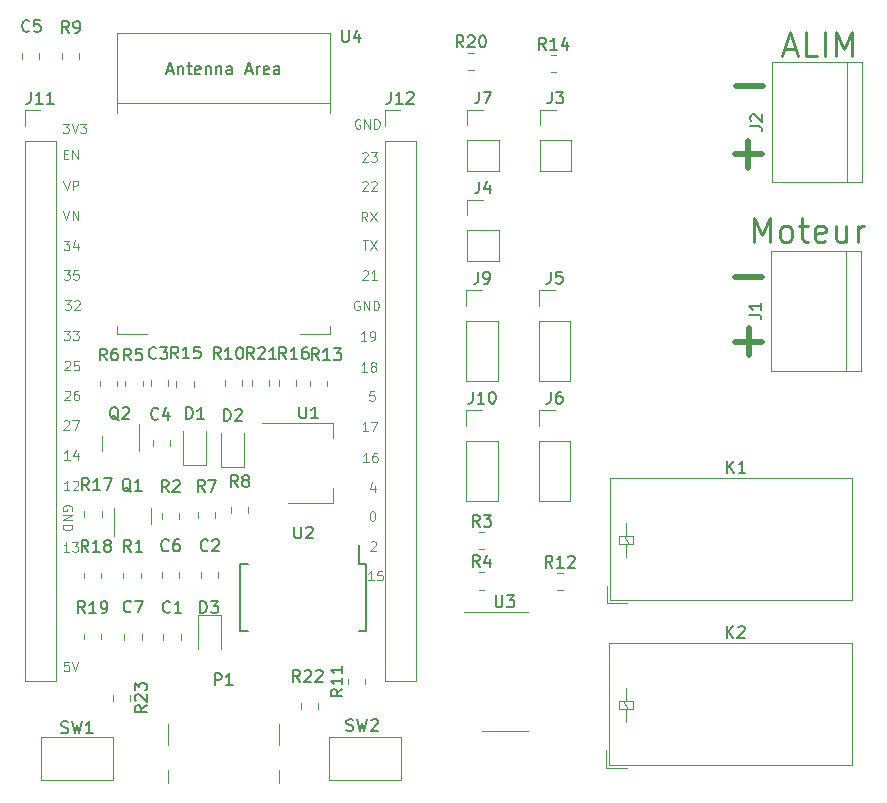
<source format=gbr>
%TF.GenerationSoftware,KiCad,Pcbnew,7.0.1*%
%TF.CreationDate,2023-04-20T15:34:15-04:00*%
%TF.ProjectId,esp,6573702e-6b69-4636-9164-5f7063625858,1.0*%
%TF.SameCoordinates,Original*%
%TF.FileFunction,Legend,Top*%
%TF.FilePolarity,Positive*%
%FSLAX46Y46*%
G04 Gerber Fmt 4.6, Leading zero omitted, Abs format (unit mm)*
G04 Created by KiCad (PCBNEW 7.0.1) date 2023-04-20 15:34:15*
%MOMM*%
%LPD*%
G01*
G04 APERTURE LIST*
%ADD10C,0.250000*%
%ADD11C,0.100000*%
%ADD12C,0.500000*%
%ADD13C,0.150000*%
%ADD14C,0.120000*%
G04 APERTURE END LIST*
D10*
X186255952Y-62958809D02*
X187208333Y-62958809D01*
X186065476Y-63530238D02*
X186732142Y-61530238D01*
X186732142Y-61530238D02*
X187398809Y-63530238D01*
X189017857Y-63530238D02*
X188065476Y-63530238D01*
X188065476Y-63530238D02*
X188065476Y-61530238D01*
X189684524Y-63530238D02*
X189684524Y-61530238D01*
X190636905Y-63530238D02*
X190636905Y-61530238D01*
X190636905Y-61530238D02*
X191303572Y-62958809D01*
X191303572Y-62958809D02*
X191970238Y-61530238D01*
X191970238Y-61530238D02*
X191970238Y-63530238D01*
D11*
X151558333Y-99918761D02*
X151558333Y-100452095D01*
X151367857Y-99614000D02*
X151177380Y-100185428D01*
X151177380Y-100185428D02*
X151672619Y-100185428D01*
D12*
X182064285Y-82265000D02*
X184350000Y-82265000D01*
D11*
X150526190Y-79152095D02*
X150983333Y-79152095D01*
X150754761Y-79952095D02*
X150754761Y-79152095D01*
X151173809Y-79152095D02*
X151707143Y-79952095D01*
X151707143Y-79152095D02*
X151173809Y-79952095D01*
X125709523Y-100302095D02*
X125252380Y-100302095D01*
X125480952Y-100302095D02*
X125480952Y-99502095D01*
X125480952Y-99502095D02*
X125404761Y-99616380D01*
X125404761Y-99616380D02*
X125328571Y-99692571D01*
X125328571Y-99692571D02*
X125252380Y-99730666D01*
X126014285Y-99578285D02*
X126052381Y-99540190D01*
X126052381Y-99540190D02*
X126128571Y-99502095D01*
X126128571Y-99502095D02*
X126319047Y-99502095D01*
X126319047Y-99502095D02*
X126395238Y-99540190D01*
X126395238Y-99540190D02*
X126433333Y-99578285D01*
X126433333Y-99578285D02*
X126471428Y-99654476D01*
X126471428Y-99654476D02*
X126471428Y-99730666D01*
X126471428Y-99730666D02*
X126433333Y-99844952D01*
X126433333Y-99844952D02*
X125976190Y-100302095D01*
X125976190Y-100302095D02*
X126471428Y-100302095D01*
X125227380Y-94453285D02*
X125265476Y-94415190D01*
X125265476Y-94415190D02*
X125341666Y-94377095D01*
X125341666Y-94377095D02*
X125532142Y-94377095D01*
X125532142Y-94377095D02*
X125608333Y-94415190D01*
X125608333Y-94415190D02*
X125646428Y-94453285D01*
X125646428Y-94453285D02*
X125684523Y-94529476D01*
X125684523Y-94529476D02*
X125684523Y-94605666D01*
X125684523Y-94605666D02*
X125646428Y-94719952D01*
X125646428Y-94719952D02*
X125189285Y-95177095D01*
X125189285Y-95177095D02*
X125684523Y-95177095D01*
X125951190Y-94377095D02*
X126484524Y-94377095D01*
X126484524Y-94377095D02*
X126141666Y-95177095D01*
X150909523Y-90277095D02*
X150452380Y-90277095D01*
X150680952Y-90277095D02*
X150680952Y-89477095D01*
X150680952Y-89477095D02*
X150604761Y-89591380D01*
X150604761Y-89591380D02*
X150528571Y-89667571D01*
X150528571Y-89667571D02*
X150452380Y-89705666D01*
X151366666Y-89819952D02*
X151290476Y-89781857D01*
X151290476Y-89781857D02*
X151252381Y-89743761D01*
X151252381Y-89743761D02*
X151214285Y-89667571D01*
X151214285Y-89667571D02*
X151214285Y-89629476D01*
X151214285Y-89629476D02*
X151252381Y-89553285D01*
X151252381Y-89553285D02*
X151290476Y-89515190D01*
X151290476Y-89515190D02*
X151366666Y-89477095D01*
X151366666Y-89477095D02*
X151519047Y-89477095D01*
X151519047Y-89477095D02*
X151595238Y-89515190D01*
X151595238Y-89515190D02*
X151633333Y-89553285D01*
X151633333Y-89553285D02*
X151671428Y-89629476D01*
X151671428Y-89629476D02*
X151671428Y-89667571D01*
X151671428Y-89667571D02*
X151633333Y-89743761D01*
X151633333Y-89743761D02*
X151595238Y-89781857D01*
X151595238Y-89781857D02*
X151519047Y-89819952D01*
X151519047Y-89819952D02*
X151366666Y-89819952D01*
X151366666Y-89819952D02*
X151290476Y-89858047D01*
X151290476Y-89858047D02*
X151252381Y-89896142D01*
X151252381Y-89896142D02*
X151214285Y-89972333D01*
X151214285Y-89972333D02*
X151214285Y-90124714D01*
X151214285Y-90124714D02*
X151252381Y-90200904D01*
X151252381Y-90200904D02*
X151290476Y-90239000D01*
X151290476Y-90239000D02*
X151366666Y-90277095D01*
X151366666Y-90277095D02*
X151519047Y-90277095D01*
X151519047Y-90277095D02*
X151595238Y-90239000D01*
X151595238Y-90239000D02*
X151633333Y-90200904D01*
X151633333Y-90200904D02*
X151671428Y-90124714D01*
X151671428Y-90124714D02*
X151671428Y-89972333D01*
X151671428Y-89972333D02*
X151633333Y-89896142D01*
X151633333Y-89896142D02*
X151595238Y-89858047D01*
X151595238Y-89858047D02*
X151519047Y-89819952D01*
X125302380Y-89453285D02*
X125340476Y-89415190D01*
X125340476Y-89415190D02*
X125416666Y-89377095D01*
X125416666Y-89377095D02*
X125607142Y-89377095D01*
X125607142Y-89377095D02*
X125683333Y-89415190D01*
X125683333Y-89415190D02*
X125721428Y-89453285D01*
X125721428Y-89453285D02*
X125759523Y-89529476D01*
X125759523Y-89529476D02*
X125759523Y-89605666D01*
X125759523Y-89605666D02*
X125721428Y-89719952D01*
X125721428Y-89719952D02*
X125264285Y-90177095D01*
X125264285Y-90177095D02*
X125759523Y-90177095D01*
X126483333Y-89377095D02*
X126102381Y-89377095D01*
X126102381Y-89377095D02*
X126064285Y-89758047D01*
X126064285Y-89758047D02*
X126102381Y-89719952D01*
X126102381Y-89719952D02*
X126178571Y-89681857D01*
X126178571Y-89681857D02*
X126369047Y-89681857D01*
X126369047Y-89681857D02*
X126445238Y-89719952D01*
X126445238Y-89719952D02*
X126483333Y-89758047D01*
X126483333Y-89758047D02*
X126521428Y-89834238D01*
X126521428Y-89834238D02*
X126521428Y-90024714D01*
X126521428Y-90024714D02*
X126483333Y-90100904D01*
X126483333Y-90100904D02*
X126445238Y-90139000D01*
X126445238Y-90139000D02*
X126369047Y-90177095D01*
X126369047Y-90177095D02*
X126178571Y-90177095D01*
X126178571Y-90177095D02*
X126102381Y-90139000D01*
X126102381Y-90139000D02*
X126064285Y-90100904D01*
X125314285Y-84252095D02*
X125809523Y-84252095D01*
X125809523Y-84252095D02*
X125542857Y-84556857D01*
X125542857Y-84556857D02*
X125657142Y-84556857D01*
X125657142Y-84556857D02*
X125733333Y-84594952D01*
X125733333Y-84594952D02*
X125771428Y-84633047D01*
X125771428Y-84633047D02*
X125809523Y-84709238D01*
X125809523Y-84709238D02*
X125809523Y-84899714D01*
X125809523Y-84899714D02*
X125771428Y-84975904D01*
X125771428Y-84975904D02*
X125733333Y-85014000D01*
X125733333Y-85014000D02*
X125657142Y-85052095D01*
X125657142Y-85052095D02*
X125428571Y-85052095D01*
X125428571Y-85052095D02*
X125352380Y-85014000D01*
X125352380Y-85014000D02*
X125314285Y-84975904D01*
X126114285Y-84328285D02*
X126152381Y-84290190D01*
X126152381Y-84290190D02*
X126228571Y-84252095D01*
X126228571Y-84252095D02*
X126419047Y-84252095D01*
X126419047Y-84252095D02*
X126495238Y-84290190D01*
X126495238Y-84290190D02*
X126533333Y-84328285D01*
X126533333Y-84328285D02*
X126571428Y-84404476D01*
X126571428Y-84404476D02*
X126571428Y-84480666D01*
X126571428Y-84480666D02*
X126533333Y-84594952D01*
X126533333Y-84594952D02*
X126076190Y-85052095D01*
X126076190Y-85052095D02*
X126571428Y-85052095D01*
X125176190Y-76677095D02*
X125442857Y-77477095D01*
X125442857Y-77477095D02*
X125709523Y-76677095D01*
X125976190Y-77477095D02*
X125976190Y-76677095D01*
X125976190Y-76677095D02*
X126433333Y-77477095D01*
X126433333Y-77477095D02*
X126433333Y-76677095D01*
X150309523Y-68940190D02*
X150233333Y-68902095D01*
X150233333Y-68902095D02*
X150119047Y-68902095D01*
X150119047Y-68902095D02*
X150004761Y-68940190D01*
X150004761Y-68940190D02*
X149928571Y-69016380D01*
X149928571Y-69016380D02*
X149890476Y-69092571D01*
X149890476Y-69092571D02*
X149852380Y-69244952D01*
X149852380Y-69244952D02*
X149852380Y-69359238D01*
X149852380Y-69359238D02*
X149890476Y-69511619D01*
X149890476Y-69511619D02*
X149928571Y-69587809D01*
X149928571Y-69587809D02*
X150004761Y-69664000D01*
X150004761Y-69664000D02*
X150119047Y-69702095D01*
X150119047Y-69702095D02*
X150195238Y-69702095D01*
X150195238Y-69702095D02*
X150309523Y-69664000D01*
X150309523Y-69664000D02*
X150347619Y-69625904D01*
X150347619Y-69625904D02*
X150347619Y-69359238D01*
X150347619Y-69359238D02*
X150195238Y-69359238D01*
X150690476Y-69702095D02*
X150690476Y-68902095D01*
X150690476Y-68902095D02*
X151147619Y-69702095D01*
X151147619Y-69702095D02*
X151147619Y-68902095D01*
X151528571Y-69702095D02*
X151528571Y-68902095D01*
X151528571Y-68902095D02*
X151719047Y-68902095D01*
X151719047Y-68902095D02*
X151833333Y-68940190D01*
X151833333Y-68940190D02*
X151909523Y-69016380D01*
X151909523Y-69016380D02*
X151947618Y-69092571D01*
X151947618Y-69092571D02*
X151985714Y-69244952D01*
X151985714Y-69244952D02*
X151985714Y-69359238D01*
X151985714Y-69359238D02*
X151947618Y-69511619D01*
X151947618Y-69511619D02*
X151909523Y-69587809D01*
X151909523Y-69587809D02*
X151833333Y-69664000D01*
X151833333Y-69664000D02*
X151719047Y-69702095D01*
X151719047Y-69702095D02*
X151528571Y-69702095D01*
X150502380Y-74228285D02*
X150540476Y-74190190D01*
X150540476Y-74190190D02*
X150616666Y-74152095D01*
X150616666Y-74152095D02*
X150807142Y-74152095D01*
X150807142Y-74152095D02*
X150883333Y-74190190D01*
X150883333Y-74190190D02*
X150921428Y-74228285D01*
X150921428Y-74228285D02*
X150959523Y-74304476D01*
X150959523Y-74304476D02*
X150959523Y-74380666D01*
X150959523Y-74380666D02*
X150921428Y-74494952D01*
X150921428Y-74494952D02*
X150464285Y-74952095D01*
X150464285Y-74952095D02*
X150959523Y-74952095D01*
X151264285Y-74228285D02*
X151302381Y-74190190D01*
X151302381Y-74190190D02*
X151378571Y-74152095D01*
X151378571Y-74152095D02*
X151569047Y-74152095D01*
X151569047Y-74152095D02*
X151645238Y-74190190D01*
X151645238Y-74190190D02*
X151683333Y-74228285D01*
X151683333Y-74228285D02*
X151721428Y-74304476D01*
X151721428Y-74304476D02*
X151721428Y-74380666D01*
X151721428Y-74380666D02*
X151683333Y-74494952D01*
X151683333Y-74494952D02*
X151226190Y-74952095D01*
X151226190Y-74952095D02*
X151721428Y-74952095D01*
X150834523Y-87652095D02*
X150377380Y-87652095D01*
X150605952Y-87652095D02*
X150605952Y-86852095D01*
X150605952Y-86852095D02*
X150529761Y-86966380D01*
X150529761Y-86966380D02*
X150453571Y-87042571D01*
X150453571Y-87042571D02*
X150377380Y-87080666D01*
X151215476Y-87652095D02*
X151367857Y-87652095D01*
X151367857Y-87652095D02*
X151444047Y-87614000D01*
X151444047Y-87614000D02*
X151482143Y-87575904D01*
X151482143Y-87575904D02*
X151558333Y-87461619D01*
X151558333Y-87461619D02*
X151596428Y-87309238D01*
X151596428Y-87309238D02*
X151596428Y-87004476D01*
X151596428Y-87004476D02*
X151558333Y-86928285D01*
X151558333Y-86928285D02*
X151520238Y-86890190D01*
X151520238Y-86890190D02*
X151444047Y-86852095D01*
X151444047Y-86852095D02*
X151291666Y-86852095D01*
X151291666Y-86852095D02*
X151215476Y-86890190D01*
X151215476Y-86890190D02*
X151177381Y-86928285D01*
X151177381Y-86928285D02*
X151139285Y-87004476D01*
X151139285Y-87004476D02*
X151139285Y-87194952D01*
X151139285Y-87194952D02*
X151177381Y-87271142D01*
X151177381Y-87271142D02*
X151215476Y-87309238D01*
X151215476Y-87309238D02*
X151291666Y-87347333D01*
X151291666Y-87347333D02*
X151444047Y-87347333D01*
X151444047Y-87347333D02*
X151520238Y-87309238D01*
X151520238Y-87309238D02*
X151558333Y-87271142D01*
X151558333Y-87271142D02*
X151596428Y-87194952D01*
X150984523Y-95302095D02*
X150527380Y-95302095D01*
X150755952Y-95302095D02*
X150755952Y-94502095D01*
X150755952Y-94502095D02*
X150679761Y-94616380D01*
X150679761Y-94616380D02*
X150603571Y-94692571D01*
X150603571Y-94692571D02*
X150527380Y-94730666D01*
X151251190Y-94502095D02*
X151784524Y-94502095D01*
X151784524Y-94502095D02*
X151441666Y-95302095D01*
X125302380Y-91953285D02*
X125340476Y-91915190D01*
X125340476Y-91915190D02*
X125416666Y-91877095D01*
X125416666Y-91877095D02*
X125607142Y-91877095D01*
X125607142Y-91877095D02*
X125683333Y-91915190D01*
X125683333Y-91915190D02*
X125721428Y-91953285D01*
X125721428Y-91953285D02*
X125759523Y-92029476D01*
X125759523Y-92029476D02*
X125759523Y-92105666D01*
X125759523Y-92105666D02*
X125721428Y-92219952D01*
X125721428Y-92219952D02*
X125264285Y-92677095D01*
X125264285Y-92677095D02*
X125759523Y-92677095D01*
X126445238Y-91877095D02*
X126292857Y-91877095D01*
X126292857Y-91877095D02*
X126216666Y-91915190D01*
X126216666Y-91915190D02*
X126178571Y-91953285D01*
X126178571Y-91953285D02*
X126102381Y-92067571D01*
X126102381Y-92067571D02*
X126064285Y-92219952D01*
X126064285Y-92219952D02*
X126064285Y-92524714D01*
X126064285Y-92524714D02*
X126102381Y-92600904D01*
X126102381Y-92600904D02*
X126140476Y-92639000D01*
X126140476Y-92639000D02*
X126216666Y-92677095D01*
X126216666Y-92677095D02*
X126369047Y-92677095D01*
X126369047Y-92677095D02*
X126445238Y-92639000D01*
X126445238Y-92639000D02*
X126483333Y-92600904D01*
X126483333Y-92600904D02*
X126521428Y-92524714D01*
X126521428Y-92524714D02*
X126521428Y-92334238D01*
X126521428Y-92334238D02*
X126483333Y-92258047D01*
X126483333Y-92258047D02*
X126445238Y-92219952D01*
X126445238Y-92219952D02*
X126369047Y-92181857D01*
X126369047Y-92181857D02*
X126216666Y-92181857D01*
X126216666Y-92181857D02*
X126140476Y-92219952D01*
X126140476Y-92219952D02*
X126102381Y-92258047D01*
X126102381Y-92258047D02*
X126064285Y-92334238D01*
X150502380Y-71778285D02*
X150540476Y-71740190D01*
X150540476Y-71740190D02*
X150616666Y-71702095D01*
X150616666Y-71702095D02*
X150807142Y-71702095D01*
X150807142Y-71702095D02*
X150883333Y-71740190D01*
X150883333Y-71740190D02*
X150921428Y-71778285D01*
X150921428Y-71778285D02*
X150959523Y-71854476D01*
X150959523Y-71854476D02*
X150959523Y-71930666D01*
X150959523Y-71930666D02*
X150921428Y-72044952D01*
X150921428Y-72044952D02*
X150464285Y-72502095D01*
X150464285Y-72502095D02*
X150959523Y-72502095D01*
X151226190Y-71702095D02*
X151721428Y-71702095D01*
X151721428Y-71702095D02*
X151454762Y-72006857D01*
X151454762Y-72006857D02*
X151569047Y-72006857D01*
X151569047Y-72006857D02*
X151645238Y-72044952D01*
X151645238Y-72044952D02*
X151683333Y-72083047D01*
X151683333Y-72083047D02*
X151721428Y-72159238D01*
X151721428Y-72159238D02*
X151721428Y-72349714D01*
X151721428Y-72349714D02*
X151683333Y-72425904D01*
X151683333Y-72425904D02*
X151645238Y-72464000D01*
X151645238Y-72464000D02*
X151569047Y-72502095D01*
X151569047Y-72502095D02*
X151340476Y-72502095D01*
X151340476Y-72502095D02*
X151264285Y-72464000D01*
X151264285Y-72464000D02*
X151226190Y-72425904D01*
X150234523Y-84315190D02*
X150158333Y-84277095D01*
X150158333Y-84277095D02*
X150044047Y-84277095D01*
X150044047Y-84277095D02*
X149929761Y-84315190D01*
X149929761Y-84315190D02*
X149853571Y-84391380D01*
X149853571Y-84391380D02*
X149815476Y-84467571D01*
X149815476Y-84467571D02*
X149777380Y-84619952D01*
X149777380Y-84619952D02*
X149777380Y-84734238D01*
X149777380Y-84734238D02*
X149815476Y-84886619D01*
X149815476Y-84886619D02*
X149853571Y-84962809D01*
X149853571Y-84962809D02*
X149929761Y-85039000D01*
X149929761Y-85039000D02*
X150044047Y-85077095D01*
X150044047Y-85077095D02*
X150120238Y-85077095D01*
X150120238Y-85077095D02*
X150234523Y-85039000D01*
X150234523Y-85039000D02*
X150272619Y-85000904D01*
X150272619Y-85000904D02*
X150272619Y-84734238D01*
X150272619Y-84734238D02*
X150120238Y-84734238D01*
X150615476Y-85077095D02*
X150615476Y-84277095D01*
X150615476Y-84277095D02*
X151072619Y-85077095D01*
X151072619Y-85077095D02*
X151072619Y-84277095D01*
X151453571Y-85077095D02*
X151453571Y-84277095D01*
X151453571Y-84277095D02*
X151644047Y-84277095D01*
X151644047Y-84277095D02*
X151758333Y-84315190D01*
X151758333Y-84315190D02*
X151834523Y-84391380D01*
X151834523Y-84391380D02*
X151872618Y-84467571D01*
X151872618Y-84467571D02*
X151910714Y-84619952D01*
X151910714Y-84619952D02*
X151910714Y-84734238D01*
X151910714Y-84734238D02*
X151872618Y-84886619D01*
X151872618Y-84886619D02*
X151834523Y-84962809D01*
X151834523Y-84962809D02*
X151758333Y-85039000D01*
X151758333Y-85039000D02*
X151644047Y-85077095D01*
X151644047Y-85077095D02*
X151453571Y-85077095D01*
X125909809Y-102034523D02*
X125947904Y-101958333D01*
X125947904Y-101958333D02*
X125947904Y-101844047D01*
X125947904Y-101844047D02*
X125909809Y-101729761D01*
X125909809Y-101729761D02*
X125833619Y-101653571D01*
X125833619Y-101653571D02*
X125757428Y-101615476D01*
X125757428Y-101615476D02*
X125605047Y-101577380D01*
X125605047Y-101577380D02*
X125490761Y-101577380D01*
X125490761Y-101577380D02*
X125338380Y-101615476D01*
X125338380Y-101615476D02*
X125262190Y-101653571D01*
X125262190Y-101653571D02*
X125186000Y-101729761D01*
X125186000Y-101729761D02*
X125147904Y-101844047D01*
X125147904Y-101844047D02*
X125147904Y-101920238D01*
X125147904Y-101920238D02*
X125186000Y-102034523D01*
X125186000Y-102034523D02*
X125224095Y-102072619D01*
X125224095Y-102072619D02*
X125490761Y-102072619D01*
X125490761Y-102072619D02*
X125490761Y-101920238D01*
X125147904Y-102415476D02*
X125947904Y-102415476D01*
X125947904Y-102415476D02*
X125147904Y-102872619D01*
X125147904Y-102872619D02*
X125947904Y-102872619D01*
X125147904Y-103253571D02*
X125947904Y-103253571D01*
X125947904Y-103253571D02*
X125947904Y-103444047D01*
X125947904Y-103444047D02*
X125909809Y-103558333D01*
X125909809Y-103558333D02*
X125833619Y-103634523D01*
X125833619Y-103634523D02*
X125757428Y-103672618D01*
X125757428Y-103672618D02*
X125605047Y-103710714D01*
X125605047Y-103710714D02*
X125490761Y-103710714D01*
X125490761Y-103710714D02*
X125338380Y-103672618D01*
X125338380Y-103672618D02*
X125262190Y-103634523D01*
X125262190Y-103634523D02*
X125186000Y-103558333D01*
X125186000Y-103558333D02*
X125147904Y-103444047D01*
X125147904Y-103444047D02*
X125147904Y-103253571D01*
X125239285Y-86802095D02*
X125734523Y-86802095D01*
X125734523Y-86802095D02*
X125467857Y-87106857D01*
X125467857Y-87106857D02*
X125582142Y-87106857D01*
X125582142Y-87106857D02*
X125658333Y-87144952D01*
X125658333Y-87144952D02*
X125696428Y-87183047D01*
X125696428Y-87183047D02*
X125734523Y-87259238D01*
X125734523Y-87259238D02*
X125734523Y-87449714D01*
X125734523Y-87449714D02*
X125696428Y-87525904D01*
X125696428Y-87525904D02*
X125658333Y-87564000D01*
X125658333Y-87564000D02*
X125582142Y-87602095D01*
X125582142Y-87602095D02*
X125353571Y-87602095D01*
X125353571Y-87602095D02*
X125277380Y-87564000D01*
X125277380Y-87564000D02*
X125239285Y-87525904D01*
X126001190Y-86802095D02*
X126496428Y-86802095D01*
X126496428Y-86802095D02*
X126229762Y-87106857D01*
X126229762Y-87106857D02*
X126344047Y-87106857D01*
X126344047Y-87106857D02*
X126420238Y-87144952D01*
X126420238Y-87144952D02*
X126458333Y-87183047D01*
X126458333Y-87183047D02*
X126496428Y-87259238D01*
X126496428Y-87259238D02*
X126496428Y-87449714D01*
X126496428Y-87449714D02*
X126458333Y-87525904D01*
X126458333Y-87525904D02*
X126420238Y-87564000D01*
X126420238Y-87564000D02*
X126344047Y-87602095D01*
X126344047Y-87602095D02*
X126115476Y-87602095D01*
X126115476Y-87602095D02*
X126039285Y-87564000D01*
X126039285Y-87564000D02*
X126001190Y-87525904D01*
X151459523Y-107952095D02*
X151002380Y-107952095D01*
X151230952Y-107952095D02*
X151230952Y-107152095D01*
X151230952Y-107152095D02*
X151154761Y-107266380D01*
X151154761Y-107266380D02*
X151078571Y-107342571D01*
X151078571Y-107342571D02*
X151002380Y-107380666D01*
X152183333Y-107152095D02*
X151802381Y-107152095D01*
X151802381Y-107152095D02*
X151764285Y-107533047D01*
X151764285Y-107533047D02*
X151802381Y-107494952D01*
X151802381Y-107494952D02*
X151878571Y-107456857D01*
X151878571Y-107456857D02*
X152069047Y-107456857D01*
X152069047Y-107456857D02*
X152145238Y-107494952D01*
X152145238Y-107494952D02*
X152183333Y-107533047D01*
X152183333Y-107533047D02*
X152221428Y-107609238D01*
X152221428Y-107609238D02*
X152221428Y-107799714D01*
X152221428Y-107799714D02*
X152183333Y-107875904D01*
X152183333Y-107875904D02*
X152145238Y-107914000D01*
X152145238Y-107914000D02*
X152069047Y-107952095D01*
X152069047Y-107952095D02*
X151878571Y-107952095D01*
X151878571Y-107952095D02*
X151802381Y-107914000D01*
X151802381Y-107914000D02*
X151764285Y-107875904D01*
D12*
X182039285Y-71890000D02*
X184325000Y-71890000D01*
X183182142Y-73032857D02*
X183182142Y-70747142D01*
D11*
X151227380Y-104703285D02*
X151265476Y-104665190D01*
X151265476Y-104665190D02*
X151341666Y-104627095D01*
X151341666Y-104627095D02*
X151532142Y-104627095D01*
X151532142Y-104627095D02*
X151608333Y-104665190D01*
X151608333Y-104665190D02*
X151646428Y-104703285D01*
X151646428Y-104703285D02*
X151684523Y-104779476D01*
X151684523Y-104779476D02*
X151684523Y-104855666D01*
X151684523Y-104855666D02*
X151646428Y-104969952D01*
X151646428Y-104969952D02*
X151189285Y-105427095D01*
X151189285Y-105427095D02*
X151684523Y-105427095D01*
D10*
X183676190Y-79280238D02*
X183676190Y-77280238D01*
X183676190Y-77280238D02*
X184342857Y-78708809D01*
X184342857Y-78708809D02*
X185009523Y-77280238D01*
X185009523Y-77280238D02*
X185009523Y-79280238D01*
X186247618Y-79280238D02*
X186057142Y-79185000D01*
X186057142Y-79185000D02*
X185961904Y-79089761D01*
X185961904Y-79089761D02*
X185866666Y-78899285D01*
X185866666Y-78899285D02*
X185866666Y-78327857D01*
X185866666Y-78327857D02*
X185961904Y-78137380D01*
X185961904Y-78137380D02*
X186057142Y-78042142D01*
X186057142Y-78042142D02*
X186247618Y-77946904D01*
X186247618Y-77946904D02*
X186533333Y-77946904D01*
X186533333Y-77946904D02*
X186723809Y-78042142D01*
X186723809Y-78042142D02*
X186819047Y-78137380D01*
X186819047Y-78137380D02*
X186914285Y-78327857D01*
X186914285Y-78327857D02*
X186914285Y-78899285D01*
X186914285Y-78899285D02*
X186819047Y-79089761D01*
X186819047Y-79089761D02*
X186723809Y-79185000D01*
X186723809Y-79185000D02*
X186533333Y-79280238D01*
X186533333Y-79280238D02*
X186247618Y-79280238D01*
X187485714Y-77946904D02*
X188247618Y-77946904D01*
X187771428Y-77280238D02*
X187771428Y-78994523D01*
X187771428Y-78994523D02*
X187866666Y-79185000D01*
X187866666Y-79185000D02*
X188057142Y-79280238D01*
X188057142Y-79280238D02*
X188247618Y-79280238D01*
X189676190Y-79185000D02*
X189485714Y-79280238D01*
X189485714Y-79280238D02*
X189104761Y-79280238D01*
X189104761Y-79280238D02*
X188914285Y-79185000D01*
X188914285Y-79185000D02*
X188819047Y-78994523D01*
X188819047Y-78994523D02*
X188819047Y-78232619D01*
X188819047Y-78232619D02*
X188914285Y-78042142D01*
X188914285Y-78042142D02*
X189104761Y-77946904D01*
X189104761Y-77946904D02*
X189485714Y-77946904D01*
X189485714Y-77946904D02*
X189676190Y-78042142D01*
X189676190Y-78042142D02*
X189771428Y-78232619D01*
X189771428Y-78232619D02*
X189771428Y-78423095D01*
X189771428Y-78423095D02*
X188819047Y-78613571D01*
X191485714Y-77946904D02*
X191485714Y-79280238D01*
X190628571Y-77946904D02*
X190628571Y-78994523D01*
X190628571Y-78994523D02*
X190723809Y-79185000D01*
X190723809Y-79185000D02*
X190914285Y-79280238D01*
X190914285Y-79280238D02*
X191200000Y-79280238D01*
X191200000Y-79280238D02*
X191390476Y-79185000D01*
X191390476Y-79185000D02*
X191485714Y-79089761D01*
X192438095Y-79280238D02*
X192438095Y-77946904D01*
X192438095Y-78327857D02*
X192533333Y-78137380D01*
X192533333Y-78137380D02*
X192628571Y-78042142D01*
X192628571Y-78042142D02*
X192819047Y-77946904D01*
X192819047Y-77946904D02*
X193009524Y-77946904D01*
D11*
X125214285Y-79177095D02*
X125709523Y-79177095D01*
X125709523Y-79177095D02*
X125442857Y-79481857D01*
X125442857Y-79481857D02*
X125557142Y-79481857D01*
X125557142Y-79481857D02*
X125633333Y-79519952D01*
X125633333Y-79519952D02*
X125671428Y-79558047D01*
X125671428Y-79558047D02*
X125709523Y-79634238D01*
X125709523Y-79634238D02*
X125709523Y-79824714D01*
X125709523Y-79824714D02*
X125671428Y-79900904D01*
X125671428Y-79900904D02*
X125633333Y-79939000D01*
X125633333Y-79939000D02*
X125557142Y-79977095D01*
X125557142Y-79977095D02*
X125328571Y-79977095D01*
X125328571Y-79977095D02*
X125252380Y-79939000D01*
X125252380Y-79939000D02*
X125214285Y-79900904D01*
X126395238Y-79443761D02*
X126395238Y-79977095D01*
X126204762Y-79139000D02*
X126014285Y-79710428D01*
X126014285Y-79710428D02*
X126509524Y-79710428D01*
D12*
X182089285Y-87740000D02*
X184375000Y-87740000D01*
X183232142Y-88882857D02*
X183232142Y-86597142D01*
D11*
X125239285Y-81677095D02*
X125734523Y-81677095D01*
X125734523Y-81677095D02*
X125467857Y-81981857D01*
X125467857Y-81981857D02*
X125582142Y-81981857D01*
X125582142Y-81981857D02*
X125658333Y-82019952D01*
X125658333Y-82019952D02*
X125696428Y-82058047D01*
X125696428Y-82058047D02*
X125734523Y-82134238D01*
X125734523Y-82134238D02*
X125734523Y-82324714D01*
X125734523Y-82324714D02*
X125696428Y-82400904D01*
X125696428Y-82400904D02*
X125658333Y-82439000D01*
X125658333Y-82439000D02*
X125582142Y-82477095D01*
X125582142Y-82477095D02*
X125353571Y-82477095D01*
X125353571Y-82477095D02*
X125277380Y-82439000D01*
X125277380Y-82439000D02*
X125239285Y-82400904D01*
X126458333Y-81677095D02*
X126077381Y-81677095D01*
X126077381Y-81677095D02*
X126039285Y-82058047D01*
X126039285Y-82058047D02*
X126077381Y-82019952D01*
X126077381Y-82019952D02*
X126153571Y-81981857D01*
X126153571Y-81981857D02*
X126344047Y-81981857D01*
X126344047Y-81981857D02*
X126420238Y-82019952D01*
X126420238Y-82019952D02*
X126458333Y-82058047D01*
X126458333Y-82058047D02*
X126496428Y-82134238D01*
X126496428Y-82134238D02*
X126496428Y-82324714D01*
X126496428Y-82324714D02*
X126458333Y-82400904D01*
X126458333Y-82400904D02*
X126420238Y-82439000D01*
X126420238Y-82439000D02*
X126344047Y-82477095D01*
X126344047Y-82477095D02*
X126153571Y-82477095D01*
X126153571Y-82477095D02*
X126077381Y-82439000D01*
X126077381Y-82439000D02*
X126039285Y-82400904D01*
X125201190Y-74102095D02*
X125467857Y-74902095D01*
X125467857Y-74902095D02*
X125734523Y-74102095D01*
X126001190Y-74902095D02*
X126001190Y-74102095D01*
X126001190Y-74102095D02*
X126305952Y-74102095D01*
X126305952Y-74102095D02*
X126382142Y-74140190D01*
X126382142Y-74140190D02*
X126420237Y-74178285D01*
X126420237Y-74178285D02*
X126458333Y-74254476D01*
X126458333Y-74254476D02*
X126458333Y-74368761D01*
X126458333Y-74368761D02*
X126420237Y-74444952D01*
X126420237Y-74444952D02*
X126382142Y-74483047D01*
X126382142Y-74483047D02*
X126305952Y-74521142D01*
X126305952Y-74521142D02*
X126001190Y-74521142D01*
X125164285Y-69277095D02*
X125659523Y-69277095D01*
X125659523Y-69277095D02*
X125392857Y-69581857D01*
X125392857Y-69581857D02*
X125507142Y-69581857D01*
X125507142Y-69581857D02*
X125583333Y-69619952D01*
X125583333Y-69619952D02*
X125621428Y-69658047D01*
X125621428Y-69658047D02*
X125659523Y-69734238D01*
X125659523Y-69734238D02*
X125659523Y-69924714D01*
X125659523Y-69924714D02*
X125621428Y-70000904D01*
X125621428Y-70000904D02*
X125583333Y-70039000D01*
X125583333Y-70039000D02*
X125507142Y-70077095D01*
X125507142Y-70077095D02*
X125278571Y-70077095D01*
X125278571Y-70077095D02*
X125202380Y-70039000D01*
X125202380Y-70039000D02*
X125164285Y-70000904D01*
X125888095Y-69277095D02*
X126154762Y-70077095D01*
X126154762Y-70077095D02*
X126421428Y-69277095D01*
X126611904Y-69277095D02*
X127107142Y-69277095D01*
X127107142Y-69277095D02*
X126840476Y-69581857D01*
X126840476Y-69581857D02*
X126954761Y-69581857D01*
X126954761Y-69581857D02*
X127030952Y-69619952D01*
X127030952Y-69619952D02*
X127069047Y-69658047D01*
X127069047Y-69658047D02*
X127107142Y-69734238D01*
X127107142Y-69734238D02*
X127107142Y-69924714D01*
X127107142Y-69924714D02*
X127069047Y-70000904D01*
X127069047Y-70000904D02*
X127030952Y-70039000D01*
X127030952Y-70039000D02*
X126954761Y-70077095D01*
X126954761Y-70077095D02*
X126726190Y-70077095D01*
X126726190Y-70077095D02*
X126649999Y-70039000D01*
X126649999Y-70039000D02*
X126611904Y-70000904D01*
X125671428Y-114827095D02*
X125290476Y-114827095D01*
X125290476Y-114827095D02*
X125252380Y-115208047D01*
X125252380Y-115208047D02*
X125290476Y-115169952D01*
X125290476Y-115169952D02*
X125366666Y-115131857D01*
X125366666Y-115131857D02*
X125557142Y-115131857D01*
X125557142Y-115131857D02*
X125633333Y-115169952D01*
X125633333Y-115169952D02*
X125671428Y-115208047D01*
X125671428Y-115208047D02*
X125709523Y-115284238D01*
X125709523Y-115284238D02*
X125709523Y-115474714D01*
X125709523Y-115474714D02*
X125671428Y-115550904D01*
X125671428Y-115550904D02*
X125633333Y-115589000D01*
X125633333Y-115589000D02*
X125557142Y-115627095D01*
X125557142Y-115627095D02*
X125366666Y-115627095D01*
X125366666Y-115627095D02*
X125290476Y-115589000D01*
X125290476Y-115589000D02*
X125252380Y-115550904D01*
X125938095Y-114827095D02*
X126204762Y-115627095D01*
X126204762Y-115627095D02*
X126471428Y-114827095D01*
X151034523Y-97952095D02*
X150577380Y-97952095D01*
X150805952Y-97952095D02*
X150805952Y-97152095D01*
X150805952Y-97152095D02*
X150729761Y-97266380D01*
X150729761Y-97266380D02*
X150653571Y-97342571D01*
X150653571Y-97342571D02*
X150577380Y-97380666D01*
X151720238Y-97152095D02*
X151567857Y-97152095D01*
X151567857Y-97152095D02*
X151491666Y-97190190D01*
X151491666Y-97190190D02*
X151453571Y-97228285D01*
X151453571Y-97228285D02*
X151377381Y-97342571D01*
X151377381Y-97342571D02*
X151339285Y-97494952D01*
X151339285Y-97494952D02*
X151339285Y-97799714D01*
X151339285Y-97799714D02*
X151377381Y-97875904D01*
X151377381Y-97875904D02*
X151415476Y-97914000D01*
X151415476Y-97914000D02*
X151491666Y-97952095D01*
X151491666Y-97952095D02*
X151644047Y-97952095D01*
X151644047Y-97952095D02*
X151720238Y-97914000D01*
X151720238Y-97914000D02*
X151758333Y-97875904D01*
X151758333Y-97875904D02*
X151796428Y-97799714D01*
X151796428Y-97799714D02*
X151796428Y-97609238D01*
X151796428Y-97609238D02*
X151758333Y-97533047D01*
X151758333Y-97533047D02*
X151720238Y-97494952D01*
X151720238Y-97494952D02*
X151644047Y-97456857D01*
X151644047Y-97456857D02*
X151491666Y-97456857D01*
X151491666Y-97456857D02*
X151415476Y-97494952D01*
X151415476Y-97494952D02*
X151377381Y-97533047D01*
X151377381Y-97533047D02*
X151339285Y-97609238D01*
X151521428Y-91927095D02*
X151140476Y-91927095D01*
X151140476Y-91927095D02*
X151102380Y-92308047D01*
X151102380Y-92308047D02*
X151140476Y-92269952D01*
X151140476Y-92269952D02*
X151216666Y-92231857D01*
X151216666Y-92231857D02*
X151407142Y-92231857D01*
X151407142Y-92231857D02*
X151483333Y-92269952D01*
X151483333Y-92269952D02*
X151521428Y-92308047D01*
X151521428Y-92308047D02*
X151559523Y-92384238D01*
X151559523Y-92384238D02*
X151559523Y-92574714D01*
X151559523Y-92574714D02*
X151521428Y-92650904D01*
X151521428Y-92650904D02*
X151483333Y-92689000D01*
X151483333Y-92689000D02*
X151407142Y-92727095D01*
X151407142Y-92727095D02*
X151216666Y-92727095D01*
X151216666Y-92727095D02*
X151140476Y-92689000D01*
X151140476Y-92689000D02*
X151102380Y-92650904D01*
X151342857Y-102102095D02*
X151419047Y-102102095D01*
X151419047Y-102102095D02*
X151495238Y-102140190D01*
X151495238Y-102140190D02*
X151533333Y-102178285D01*
X151533333Y-102178285D02*
X151571428Y-102254476D01*
X151571428Y-102254476D02*
X151609523Y-102406857D01*
X151609523Y-102406857D02*
X151609523Y-102597333D01*
X151609523Y-102597333D02*
X151571428Y-102749714D01*
X151571428Y-102749714D02*
X151533333Y-102825904D01*
X151533333Y-102825904D02*
X151495238Y-102864000D01*
X151495238Y-102864000D02*
X151419047Y-102902095D01*
X151419047Y-102902095D02*
X151342857Y-102902095D01*
X151342857Y-102902095D02*
X151266666Y-102864000D01*
X151266666Y-102864000D02*
X151228571Y-102825904D01*
X151228571Y-102825904D02*
X151190476Y-102749714D01*
X151190476Y-102749714D02*
X151152380Y-102597333D01*
X151152380Y-102597333D02*
X151152380Y-102406857D01*
X151152380Y-102406857D02*
X151190476Y-102254476D01*
X151190476Y-102254476D02*
X151228571Y-102178285D01*
X151228571Y-102178285D02*
X151266666Y-102140190D01*
X151266666Y-102140190D02*
X151342857Y-102102095D01*
D12*
X182114285Y-66115000D02*
X184400000Y-66115000D01*
D11*
X150922619Y-77527095D02*
X150655952Y-77146142D01*
X150465476Y-77527095D02*
X150465476Y-76727095D01*
X150465476Y-76727095D02*
X150770238Y-76727095D01*
X150770238Y-76727095D02*
X150846428Y-76765190D01*
X150846428Y-76765190D02*
X150884523Y-76803285D01*
X150884523Y-76803285D02*
X150922619Y-76879476D01*
X150922619Y-76879476D02*
X150922619Y-76993761D01*
X150922619Y-76993761D02*
X150884523Y-77069952D01*
X150884523Y-77069952D02*
X150846428Y-77108047D01*
X150846428Y-77108047D02*
X150770238Y-77146142D01*
X150770238Y-77146142D02*
X150465476Y-77146142D01*
X151189285Y-76727095D02*
X151722619Y-77527095D01*
X151722619Y-76727095D02*
X151189285Y-77527095D01*
X125215476Y-71858047D02*
X125482142Y-71858047D01*
X125596428Y-72277095D02*
X125215476Y-72277095D01*
X125215476Y-72277095D02*
X125215476Y-71477095D01*
X125215476Y-71477095D02*
X125596428Y-71477095D01*
X125939286Y-72277095D02*
X125939286Y-71477095D01*
X125939286Y-71477095D02*
X126396429Y-72277095D01*
X126396429Y-72277095D02*
X126396429Y-71477095D01*
X125684523Y-105527095D02*
X125227380Y-105527095D01*
X125455952Y-105527095D02*
X125455952Y-104727095D01*
X125455952Y-104727095D02*
X125379761Y-104841380D01*
X125379761Y-104841380D02*
X125303571Y-104917571D01*
X125303571Y-104917571D02*
X125227380Y-104955666D01*
X125951190Y-104727095D02*
X126446428Y-104727095D01*
X126446428Y-104727095D02*
X126179762Y-105031857D01*
X126179762Y-105031857D02*
X126294047Y-105031857D01*
X126294047Y-105031857D02*
X126370238Y-105069952D01*
X126370238Y-105069952D02*
X126408333Y-105108047D01*
X126408333Y-105108047D02*
X126446428Y-105184238D01*
X126446428Y-105184238D02*
X126446428Y-105374714D01*
X126446428Y-105374714D02*
X126408333Y-105450904D01*
X126408333Y-105450904D02*
X126370238Y-105489000D01*
X126370238Y-105489000D02*
X126294047Y-105527095D01*
X126294047Y-105527095D02*
X126065476Y-105527095D01*
X126065476Y-105527095D02*
X125989285Y-105489000D01*
X125989285Y-105489000D02*
X125951190Y-105450904D01*
X150527380Y-81753285D02*
X150565476Y-81715190D01*
X150565476Y-81715190D02*
X150641666Y-81677095D01*
X150641666Y-81677095D02*
X150832142Y-81677095D01*
X150832142Y-81677095D02*
X150908333Y-81715190D01*
X150908333Y-81715190D02*
X150946428Y-81753285D01*
X150946428Y-81753285D02*
X150984523Y-81829476D01*
X150984523Y-81829476D02*
X150984523Y-81905666D01*
X150984523Y-81905666D02*
X150946428Y-82019952D01*
X150946428Y-82019952D02*
X150489285Y-82477095D01*
X150489285Y-82477095D02*
X150984523Y-82477095D01*
X151746428Y-82477095D02*
X151289285Y-82477095D01*
X151517857Y-82477095D02*
X151517857Y-81677095D01*
X151517857Y-81677095D02*
X151441666Y-81791380D01*
X151441666Y-81791380D02*
X151365476Y-81867571D01*
X151365476Y-81867571D02*
X151289285Y-81905666D01*
X125734523Y-97727095D02*
X125277380Y-97727095D01*
X125505952Y-97727095D02*
X125505952Y-96927095D01*
X125505952Y-96927095D02*
X125429761Y-97041380D01*
X125429761Y-97041380D02*
X125353571Y-97117571D01*
X125353571Y-97117571D02*
X125277380Y-97155666D01*
X126420238Y-97193761D02*
X126420238Y-97727095D01*
X126229762Y-96889000D02*
X126039285Y-97460428D01*
X126039285Y-97460428D02*
X126534524Y-97460428D01*
D13*
%TO.C,SW1*%
X125021467Y-120840000D02*
X125164324Y-120887619D01*
X125164324Y-120887619D02*
X125402419Y-120887619D01*
X125402419Y-120887619D02*
X125497657Y-120840000D01*
X125497657Y-120840000D02*
X125545276Y-120792380D01*
X125545276Y-120792380D02*
X125592895Y-120697142D01*
X125592895Y-120697142D02*
X125592895Y-120601904D01*
X125592895Y-120601904D02*
X125545276Y-120506666D01*
X125545276Y-120506666D02*
X125497657Y-120459047D01*
X125497657Y-120459047D02*
X125402419Y-120411428D01*
X125402419Y-120411428D02*
X125211943Y-120363809D01*
X125211943Y-120363809D02*
X125116705Y-120316190D01*
X125116705Y-120316190D02*
X125069086Y-120268571D01*
X125069086Y-120268571D02*
X125021467Y-120173333D01*
X125021467Y-120173333D02*
X125021467Y-120078095D01*
X125021467Y-120078095D02*
X125069086Y-119982857D01*
X125069086Y-119982857D02*
X125116705Y-119935238D01*
X125116705Y-119935238D02*
X125211943Y-119887619D01*
X125211943Y-119887619D02*
X125450038Y-119887619D01*
X125450038Y-119887619D02*
X125592895Y-119935238D01*
X125926229Y-119887619D02*
X126164324Y-120887619D01*
X126164324Y-120887619D02*
X126354800Y-120173333D01*
X126354800Y-120173333D02*
X126545276Y-120887619D01*
X126545276Y-120887619D02*
X126783372Y-119887619D01*
X127688133Y-120887619D02*
X127116705Y-120887619D01*
X127402419Y-120887619D02*
X127402419Y-119887619D01*
X127402419Y-119887619D02*
X127307181Y-120030476D01*
X127307181Y-120030476D02*
X127211943Y-120125714D01*
X127211943Y-120125714D02*
X127116705Y-120173333D01*
%TO.C,R22*%
X145232142Y-116537619D02*
X144898809Y-116061428D01*
X144660714Y-116537619D02*
X144660714Y-115537619D01*
X144660714Y-115537619D02*
X145041666Y-115537619D01*
X145041666Y-115537619D02*
X145136904Y-115585238D01*
X145136904Y-115585238D02*
X145184523Y-115632857D01*
X145184523Y-115632857D02*
X145232142Y-115728095D01*
X145232142Y-115728095D02*
X145232142Y-115870952D01*
X145232142Y-115870952D02*
X145184523Y-115966190D01*
X145184523Y-115966190D02*
X145136904Y-116013809D01*
X145136904Y-116013809D02*
X145041666Y-116061428D01*
X145041666Y-116061428D02*
X144660714Y-116061428D01*
X145613095Y-115632857D02*
X145660714Y-115585238D01*
X145660714Y-115585238D02*
X145755952Y-115537619D01*
X145755952Y-115537619D02*
X145994047Y-115537619D01*
X145994047Y-115537619D02*
X146089285Y-115585238D01*
X146089285Y-115585238D02*
X146136904Y-115632857D01*
X146136904Y-115632857D02*
X146184523Y-115728095D01*
X146184523Y-115728095D02*
X146184523Y-115823333D01*
X146184523Y-115823333D02*
X146136904Y-115966190D01*
X146136904Y-115966190D02*
X145565476Y-116537619D01*
X145565476Y-116537619D02*
X146184523Y-116537619D01*
X146565476Y-115632857D02*
X146613095Y-115585238D01*
X146613095Y-115585238D02*
X146708333Y-115537619D01*
X146708333Y-115537619D02*
X146946428Y-115537619D01*
X146946428Y-115537619D02*
X147041666Y-115585238D01*
X147041666Y-115585238D02*
X147089285Y-115632857D01*
X147089285Y-115632857D02*
X147136904Y-115728095D01*
X147136904Y-115728095D02*
X147136904Y-115823333D01*
X147136904Y-115823333D02*
X147089285Y-115966190D01*
X147089285Y-115966190D02*
X146517857Y-116537619D01*
X146517857Y-116537619D02*
X147136904Y-116537619D01*
%TO.C,J2*%
X183357619Y-69498333D02*
X184071904Y-69498333D01*
X184071904Y-69498333D02*
X184214761Y-69545952D01*
X184214761Y-69545952D02*
X184310000Y-69641190D01*
X184310000Y-69641190D02*
X184357619Y-69784047D01*
X184357619Y-69784047D02*
X184357619Y-69879285D01*
X183452857Y-69069761D02*
X183405238Y-69022142D01*
X183405238Y-69022142D02*
X183357619Y-68926904D01*
X183357619Y-68926904D02*
X183357619Y-68688809D01*
X183357619Y-68688809D02*
X183405238Y-68593571D01*
X183405238Y-68593571D02*
X183452857Y-68545952D01*
X183452857Y-68545952D02*
X183548095Y-68498333D01*
X183548095Y-68498333D02*
X183643333Y-68498333D01*
X183643333Y-68498333D02*
X183786190Y-68545952D01*
X183786190Y-68545952D02*
X184357619Y-69117380D01*
X184357619Y-69117380D02*
X184357619Y-68498333D01*
%TO.C,R1*%
X130922733Y-105505319D02*
X130589400Y-105029128D01*
X130351305Y-105505319D02*
X130351305Y-104505319D01*
X130351305Y-104505319D02*
X130732257Y-104505319D01*
X130732257Y-104505319D02*
X130827495Y-104552938D01*
X130827495Y-104552938D02*
X130875114Y-104600557D01*
X130875114Y-104600557D02*
X130922733Y-104695795D01*
X130922733Y-104695795D02*
X130922733Y-104838652D01*
X130922733Y-104838652D02*
X130875114Y-104933890D01*
X130875114Y-104933890D02*
X130827495Y-104981509D01*
X130827495Y-104981509D02*
X130732257Y-105029128D01*
X130732257Y-105029128D02*
X130351305Y-105029128D01*
X131875114Y-105505319D02*
X131303686Y-105505319D01*
X131589400Y-105505319D02*
X131589400Y-104505319D01*
X131589400Y-104505319D02*
X131494162Y-104648176D01*
X131494162Y-104648176D02*
X131398924Y-104743414D01*
X131398924Y-104743414D02*
X131303686Y-104791033D01*
%TO.C,R3*%
X160433333Y-103412619D02*
X160100000Y-102936428D01*
X159861905Y-103412619D02*
X159861905Y-102412619D01*
X159861905Y-102412619D02*
X160242857Y-102412619D01*
X160242857Y-102412619D02*
X160338095Y-102460238D01*
X160338095Y-102460238D02*
X160385714Y-102507857D01*
X160385714Y-102507857D02*
X160433333Y-102603095D01*
X160433333Y-102603095D02*
X160433333Y-102745952D01*
X160433333Y-102745952D02*
X160385714Y-102841190D01*
X160385714Y-102841190D02*
X160338095Y-102888809D01*
X160338095Y-102888809D02*
X160242857Y-102936428D01*
X160242857Y-102936428D02*
X159861905Y-102936428D01*
X160766667Y-102412619D02*
X161385714Y-102412619D01*
X161385714Y-102412619D02*
X161052381Y-102793571D01*
X161052381Y-102793571D02*
X161195238Y-102793571D01*
X161195238Y-102793571D02*
X161290476Y-102841190D01*
X161290476Y-102841190D02*
X161338095Y-102888809D01*
X161338095Y-102888809D02*
X161385714Y-102984047D01*
X161385714Y-102984047D02*
X161385714Y-103222142D01*
X161385714Y-103222142D02*
X161338095Y-103317380D01*
X161338095Y-103317380D02*
X161290476Y-103365000D01*
X161290476Y-103365000D02*
X161195238Y-103412619D01*
X161195238Y-103412619D02*
X160909524Y-103412619D01*
X160909524Y-103412619D02*
X160814286Y-103365000D01*
X160814286Y-103365000D02*
X160766667Y-103317380D01*
%TO.C,R14*%
X166057142Y-63012619D02*
X165723809Y-62536428D01*
X165485714Y-63012619D02*
X165485714Y-62012619D01*
X165485714Y-62012619D02*
X165866666Y-62012619D01*
X165866666Y-62012619D02*
X165961904Y-62060238D01*
X165961904Y-62060238D02*
X166009523Y-62107857D01*
X166009523Y-62107857D02*
X166057142Y-62203095D01*
X166057142Y-62203095D02*
X166057142Y-62345952D01*
X166057142Y-62345952D02*
X166009523Y-62441190D01*
X166009523Y-62441190D02*
X165961904Y-62488809D01*
X165961904Y-62488809D02*
X165866666Y-62536428D01*
X165866666Y-62536428D02*
X165485714Y-62536428D01*
X167009523Y-63012619D02*
X166438095Y-63012619D01*
X166723809Y-63012619D02*
X166723809Y-62012619D01*
X166723809Y-62012619D02*
X166628571Y-62155476D01*
X166628571Y-62155476D02*
X166533333Y-62250714D01*
X166533333Y-62250714D02*
X166438095Y-62298333D01*
X167866666Y-62345952D02*
X167866666Y-63012619D01*
X167628571Y-61965000D02*
X167390476Y-62679285D01*
X167390476Y-62679285D02*
X168009523Y-62679285D01*
%TO.C,R12*%
X166607142Y-106862619D02*
X166273809Y-106386428D01*
X166035714Y-106862619D02*
X166035714Y-105862619D01*
X166035714Y-105862619D02*
X166416666Y-105862619D01*
X166416666Y-105862619D02*
X166511904Y-105910238D01*
X166511904Y-105910238D02*
X166559523Y-105957857D01*
X166559523Y-105957857D02*
X166607142Y-106053095D01*
X166607142Y-106053095D02*
X166607142Y-106195952D01*
X166607142Y-106195952D02*
X166559523Y-106291190D01*
X166559523Y-106291190D02*
X166511904Y-106338809D01*
X166511904Y-106338809D02*
X166416666Y-106386428D01*
X166416666Y-106386428D02*
X166035714Y-106386428D01*
X167559523Y-106862619D02*
X166988095Y-106862619D01*
X167273809Y-106862619D02*
X167273809Y-105862619D01*
X167273809Y-105862619D02*
X167178571Y-106005476D01*
X167178571Y-106005476D02*
X167083333Y-106100714D01*
X167083333Y-106100714D02*
X166988095Y-106148333D01*
X167940476Y-105957857D02*
X167988095Y-105910238D01*
X167988095Y-105910238D02*
X168083333Y-105862619D01*
X168083333Y-105862619D02*
X168321428Y-105862619D01*
X168321428Y-105862619D02*
X168416666Y-105910238D01*
X168416666Y-105910238D02*
X168464285Y-105957857D01*
X168464285Y-105957857D02*
X168511904Y-106053095D01*
X168511904Y-106053095D02*
X168511904Y-106148333D01*
X168511904Y-106148333D02*
X168464285Y-106291190D01*
X168464285Y-106291190D02*
X167892857Y-106862619D01*
X167892857Y-106862619D02*
X168511904Y-106862619D01*
%TO.C,J1*%
X183282619Y-85468333D02*
X183996904Y-85468333D01*
X183996904Y-85468333D02*
X184139761Y-85515952D01*
X184139761Y-85515952D02*
X184235000Y-85611190D01*
X184235000Y-85611190D02*
X184282619Y-85754047D01*
X184282619Y-85754047D02*
X184282619Y-85849285D01*
X184282619Y-84468333D02*
X184282619Y-85039761D01*
X184282619Y-84754047D02*
X183282619Y-84754047D01*
X183282619Y-84754047D02*
X183425476Y-84849285D01*
X183425476Y-84849285D02*
X183520714Y-84944523D01*
X183520714Y-84944523D02*
X183568333Y-85039761D01*
%TO.C,J4*%
X160389400Y-74180819D02*
X160389400Y-74895104D01*
X160389400Y-74895104D02*
X160341781Y-75037961D01*
X160341781Y-75037961D02*
X160246543Y-75133200D01*
X160246543Y-75133200D02*
X160103686Y-75180819D01*
X160103686Y-75180819D02*
X160008448Y-75180819D01*
X161294162Y-74514152D02*
X161294162Y-75180819D01*
X161056067Y-74133200D02*
X160817972Y-74847485D01*
X160817972Y-74847485D02*
X161437019Y-74847485D01*
%TO.C,K1*%
X181405205Y-98846519D02*
X181405205Y-97846519D01*
X181976633Y-98846519D02*
X181548062Y-98275090D01*
X181976633Y-97846519D02*
X181405205Y-98417947D01*
X182929014Y-98846519D02*
X182357586Y-98846519D01*
X182643300Y-98846519D02*
X182643300Y-97846519D01*
X182643300Y-97846519D02*
X182548062Y-97989376D01*
X182548062Y-97989376D02*
X182452824Y-98084614D01*
X182452824Y-98084614D02*
X182357586Y-98132233D01*
%TO.C,R6*%
X128863333Y-89329719D02*
X128530000Y-88853528D01*
X128291905Y-89329719D02*
X128291905Y-88329719D01*
X128291905Y-88329719D02*
X128672857Y-88329719D01*
X128672857Y-88329719D02*
X128768095Y-88377338D01*
X128768095Y-88377338D02*
X128815714Y-88424957D01*
X128815714Y-88424957D02*
X128863333Y-88520195D01*
X128863333Y-88520195D02*
X128863333Y-88663052D01*
X128863333Y-88663052D02*
X128815714Y-88758290D01*
X128815714Y-88758290D02*
X128768095Y-88805909D01*
X128768095Y-88805909D02*
X128672857Y-88853528D01*
X128672857Y-88853528D02*
X128291905Y-88853528D01*
X129720476Y-88329719D02*
X129530000Y-88329719D01*
X129530000Y-88329719D02*
X129434762Y-88377338D01*
X129434762Y-88377338D02*
X129387143Y-88424957D01*
X129387143Y-88424957D02*
X129291905Y-88567814D01*
X129291905Y-88567814D02*
X129244286Y-88758290D01*
X129244286Y-88758290D02*
X129244286Y-89139242D01*
X129244286Y-89139242D02*
X129291905Y-89234480D01*
X129291905Y-89234480D02*
X129339524Y-89282100D01*
X129339524Y-89282100D02*
X129434762Y-89329719D01*
X129434762Y-89329719D02*
X129625238Y-89329719D01*
X129625238Y-89329719D02*
X129720476Y-89282100D01*
X129720476Y-89282100D02*
X129768095Y-89234480D01*
X129768095Y-89234480D02*
X129815714Y-89139242D01*
X129815714Y-89139242D02*
X129815714Y-88901147D01*
X129815714Y-88901147D02*
X129768095Y-88805909D01*
X129768095Y-88805909D02*
X129720476Y-88758290D01*
X129720476Y-88758290D02*
X129625238Y-88710671D01*
X129625238Y-88710671D02*
X129434762Y-88710671D01*
X129434762Y-88710671D02*
X129339524Y-88758290D01*
X129339524Y-88758290D02*
X129291905Y-88805909D01*
X129291905Y-88805909D02*
X129244286Y-88901147D01*
%TO.C,J9*%
X160313200Y-81816219D02*
X160313200Y-82530504D01*
X160313200Y-82530504D02*
X160265581Y-82673361D01*
X160265581Y-82673361D02*
X160170343Y-82768600D01*
X160170343Y-82768600D02*
X160027486Y-82816219D01*
X160027486Y-82816219D02*
X159932248Y-82816219D01*
X160837010Y-82816219D02*
X161027486Y-82816219D01*
X161027486Y-82816219D02*
X161122724Y-82768600D01*
X161122724Y-82768600D02*
X161170343Y-82720980D01*
X161170343Y-82720980D02*
X161265581Y-82578123D01*
X161265581Y-82578123D02*
X161313200Y-82387647D01*
X161313200Y-82387647D02*
X161313200Y-82006695D01*
X161313200Y-82006695D02*
X161265581Y-81911457D01*
X161265581Y-81911457D02*
X161217962Y-81863838D01*
X161217962Y-81863838D02*
X161122724Y-81816219D01*
X161122724Y-81816219D02*
X160932248Y-81816219D01*
X160932248Y-81816219D02*
X160837010Y-81863838D01*
X160837010Y-81863838D02*
X160789391Y-81911457D01*
X160789391Y-81911457D02*
X160741772Y-82006695D01*
X160741772Y-82006695D02*
X160741772Y-82244790D01*
X160741772Y-82244790D02*
X160789391Y-82340028D01*
X160789391Y-82340028D02*
X160837010Y-82387647D01*
X160837010Y-82387647D02*
X160932248Y-82435266D01*
X160932248Y-82435266D02*
X161122724Y-82435266D01*
X161122724Y-82435266D02*
X161217962Y-82387647D01*
X161217962Y-82387647D02*
X161265581Y-82340028D01*
X161265581Y-82340028D02*
X161313200Y-82244790D01*
%TO.C,R10*%
X138507142Y-89210219D02*
X138173809Y-88734028D01*
X137935714Y-89210219D02*
X137935714Y-88210219D01*
X137935714Y-88210219D02*
X138316666Y-88210219D01*
X138316666Y-88210219D02*
X138411904Y-88257838D01*
X138411904Y-88257838D02*
X138459523Y-88305457D01*
X138459523Y-88305457D02*
X138507142Y-88400695D01*
X138507142Y-88400695D02*
X138507142Y-88543552D01*
X138507142Y-88543552D02*
X138459523Y-88638790D01*
X138459523Y-88638790D02*
X138411904Y-88686409D01*
X138411904Y-88686409D02*
X138316666Y-88734028D01*
X138316666Y-88734028D02*
X137935714Y-88734028D01*
X139459523Y-89210219D02*
X138888095Y-89210219D01*
X139173809Y-89210219D02*
X139173809Y-88210219D01*
X139173809Y-88210219D02*
X139078571Y-88353076D01*
X139078571Y-88353076D02*
X138983333Y-88448314D01*
X138983333Y-88448314D02*
X138888095Y-88495933D01*
X140078571Y-88210219D02*
X140173809Y-88210219D01*
X140173809Y-88210219D02*
X140269047Y-88257838D01*
X140269047Y-88257838D02*
X140316666Y-88305457D01*
X140316666Y-88305457D02*
X140364285Y-88400695D01*
X140364285Y-88400695D02*
X140411904Y-88591171D01*
X140411904Y-88591171D02*
X140411904Y-88829266D01*
X140411904Y-88829266D02*
X140364285Y-89019742D01*
X140364285Y-89019742D02*
X140316666Y-89114980D01*
X140316666Y-89114980D02*
X140269047Y-89162600D01*
X140269047Y-89162600D02*
X140173809Y-89210219D01*
X140173809Y-89210219D02*
X140078571Y-89210219D01*
X140078571Y-89210219D02*
X139983333Y-89162600D01*
X139983333Y-89162600D02*
X139935714Y-89114980D01*
X139935714Y-89114980D02*
X139888095Y-89019742D01*
X139888095Y-89019742D02*
X139840476Y-88829266D01*
X139840476Y-88829266D02*
X139840476Y-88591171D01*
X139840476Y-88591171D02*
X139888095Y-88400695D01*
X139888095Y-88400695D02*
X139935714Y-88305457D01*
X139935714Y-88305457D02*
X139983333Y-88257838D01*
X139983333Y-88257838D02*
X140078571Y-88210219D01*
%TO.C,J7*%
X160389400Y-66560819D02*
X160389400Y-67275104D01*
X160389400Y-67275104D02*
X160341781Y-67417961D01*
X160341781Y-67417961D02*
X160246543Y-67513200D01*
X160246543Y-67513200D02*
X160103686Y-67560819D01*
X160103686Y-67560819D02*
X160008448Y-67560819D01*
X160770353Y-66560819D02*
X161437019Y-66560819D01*
X161437019Y-66560819D02*
X161008448Y-67560819D01*
%TO.C,J6*%
X166460000Y-91976219D02*
X166460000Y-92690504D01*
X166460000Y-92690504D02*
X166412381Y-92833361D01*
X166412381Y-92833361D02*
X166317143Y-92928600D01*
X166317143Y-92928600D02*
X166174286Y-92976219D01*
X166174286Y-92976219D02*
X166079048Y-92976219D01*
X167364762Y-91976219D02*
X167174286Y-91976219D01*
X167174286Y-91976219D02*
X167079048Y-92023838D01*
X167079048Y-92023838D02*
X167031429Y-92071457D01*
X167031429Y-92071457D02*
X166936191Y-92214314D01*
X166936191Y-92214314D02*
X166888572Y-92404790D01*
X166888572Y-92404790D02*
X166888572Y-92785742D01*
X166888572Y-92785742D02*
X166936191Y-92880980D01*
X166936191Y-92880980D02*
X166983810Y-92928600D01*
X166983810Y-92928600D02*
X167079048Y-92976219D01*
X167079048Y-92976219D02*
X167269524Y-92976219D01*
X167269524Y-92976219D02*
X167364762Y-92928600D01*
X167364762Y-92928600D02*
X167412381Y-92880980D01*
X167412381Y-92880980D02*
X167460000Y-92785742D01*
X167460000Y-92785742D02*
X167460000Y-92547647D01*
X167460000Y-92547647D02*
X167412381Y-92452409D01*
X167412381Y-92452409D02*
X167364762Y-92404790D01*
X167364762Y-92404790D02*
X167269524Y-92357171D01*
X167269524Y-92357171D02*
X167079048Y-92357171D01*
X167079048Y-92357171D02*
X166983810Y-92404790D01*
X166983810Y-92404790D02*
X166936191Y-92452409D01*
X166936191Y-92452409D02*
X166888572Y-92547647D01*
%TO.C,SW2*%
X149156467Y-120654800D02*
X149299324Y-120702419D01*
X149299324Y-120702419D02*
X149537419Y-120702419D01*
X149537419Y-120702419D02*
X149632657Y-120654800D01*
X149632657Y-120654800D02*
X149680276Y-120607180D01*
X149680276Y-120607180D02*
X149727895Y-120511942D01*
X149727895Y-120511942D02*
X149727895Y-120416704D01*
X149727895Y-120416704D02*
X149680276Y-120321466D01*
X149680276Y-120321466D02*
X149632657Y-120273847D01*
X149632657Y-120273847D02*
X149537419Y-120226228D01*
X149537419Y-120226228D02*
X149346943Y-120178609D01*
X149346943Y-120178609D02*
X149251705Y-120130990D01*
X149251705Y-120130990D02*
X149204086Y-120083371D01*
X149204086Y-120083371D02*
X149156467Y-119988133D01*
X149156467Y-119988133D02*
X149156467Y-119892895D01*
X149156467Y-119892895D02*
X149204086Y-119797657D01*
X149204086Y-119797657D02*
X149251705Y-119750038D01*
X149251705Y-119750038D02*
X149346943Y-119702419D01*
X149346943Y-119702419D02*
X149585038Y-119702419D01*
X149585038Y-119702419D02*
X149727895Y-119750038D01*
X150061229Y-119702419D02*
X150299324Y-120702419D01*
X150299324Y-120702419D02*
X150489800Y-119988133D01*
X150489800Y-119988133D02*
X150680276Y-120702419D01*
X150680276Y-120702419D02*
X150918372Y-119702419D01*
X151251705Y-119797657D02*
X151299324Y-119750038D01*
X151299324Y-119750038D02*
X151394562Y-119702419D01*
X151394562Y-119702419D02*
X151632657Y-119702419D01*
X151632657Y-119702419D02*
X151727895Y-119750038D01*
X151727895Y-119750038D02*
X151775514Y-119797657D01*
X151775514Y-119797657D02*
X151823133Y-119892895D01*
X151823133Y-119892895D02*
X151823133Y-119988133D01*
X151823133Y-119988133D02*
X151775514Y-120130990D01*
X151775514Y-120130990D02*
X151204086Y-120702419D01*
X151204086Y-120702419D02*
X151823133Y-120702419D01*
%TO.C,R5*%
X130925333Y-89329719D02*
X130592000Y-88853528D01*
X130353905Y-89329719D02*
X130353905Y-88329719D01*
X130353905Y-88329719D02*
X130734857Y-88329719D01*
X130734857Y-88329719D02*
X130830095Y-88377338D01*
X130830095Y-88377338D02*
X130877714Y-88424957D01*
X130877714Y-88424957D02*
X130925333Y-88520195D01*
X130925333Y-88520195D02*
X130925333Y-88663052D01*
X130925333Y-88663052D02*
X130877714Y-88758290D01*
X130877714Y-88758290D02*
X130830095Y-88805909D01*
X130830095Y-88805909D02*
X130734857Y-88853528D01*
X130734857Y-88853528D02*
X130353905Y-88853528D01*
X131830095Y-88329719D02*
X131353905Y-88329719D01*
X131353905Y-88329719D02*
X131306286Y-88805909D01*
X131306286Y-88805909D02*
X131353905Y-88758290D01*
X131353905Y-88758290D02*
X131449143Y-88710671D01*
X131449143Y-88710671D02*
X131687238Y-88710671D01*
X131687238Y-88710671D02*
X131782476Y-88758290D01*
X131782476Y-88758290D02*
X131830095Y-88805909D01*
X131830095Y-88805909D02*
X131877714Y-88901147D01*
X131877714Y-88901147D02*
X131877714Y-89139242D01*
X131877714Y-89139242D02*
X131830095Y-89234480D01*
X131830095Y-89234480D02*
X131782476Y-89282100D01*
X131782476Y-89282100D02*
X131687238Y-89329719D01*
X131687238Y-89329719D02*
X131449143Y-89329719D01*
X131449143Y-89329719D02*
X131353905Y-89282100D01*
X131353905Y-89282100D02*
X131306286Y-89234480D01*
%TO.C,C7*%
X130922733Y-110571880D02*
X130875114Y-110619500D01*
X130875114Y-110619500D02*
X130732257Y-110667119D01*
X130732257Y-110667119D02*
X130637019Y-110667119D01*
X130637019Y-110667119D02*
X130494162Y-110619500D01*
X130494162Y-110619500D02*
X130398924Y-110524261D01*
X130398924Y-110524261D02*
X130351305Y-110429023D01*
X130351305Y-110429023D02*
X130303686Y-110238547D01*
X130303686Y-110238547D02*
X130303686Y-110095690D01*
X130303686Y-110095690D02*
X130351305Y-109905214D01*
X130351305Y-109905214D02*
X130398924Y-109809976D01*
X130398924Y-109809976D02*
X130494162Y-109714738D01*
X130494162Y-109714738D02*
X130637019Y-109667119D01*
X130637019Y-109667119D02*
X130732257Y-109667119D01*
X130732257Y-109667119D02*
X130875114Y-109714738D01*
X130875114Y-109714738D02*
X130922733Y-109762357D01*
X131256067Y-109667119D02*
X131922733Y-109667119D01*
X131922733Y-109667119D02*
X131494162Y-110667119D01*
%TO.C,J3*%
X166536200Y-66560819D02*
X166536200Y-67275104D01*
X166536200Y-67275104D02*
X166488581Y-67417961D01*
X166488581Y-67417961D02*
X166393343Y-67513200D01*
X166393343Y-67513200D02*
X166250486Y-67560819D01*
X166250486Y-67560819D02*
X166155248Y-67560819D01*
X166917153Y-66560819D02*
X167536200Y-66560819D01*
X167536200Y-66560819D02*
X167202867Y-66941771D01*
X167202867Y-66941771D02*
X167345724Y-66941771D01*
X167345724Y-66941771D02*
X167440962Y-66989390D01*
X167440962Y-66989390D02*
X167488581Y-67037009D01*
X167488581Y-67037009D02*
X167536200Y-67132247D01*
X167536200Y-67132247D02*
X167536200Y-67370342D01*
X167536200Y-67370342D02*
X167488581Y-67465580D01*
X167488581Y-67465580D02*
X167440962Y-67513200D01*
X167440962Y-67513200D02*
X167345724Y-67560819D01*
X167345724Y-67560819D02*
X167060010Y-67560819D01*
X167060010Y-67560819D02*
X166964772Y-67513200D01*
X166964772Y-67513200D02*
X166917153Y-67465580D01*
%TO.C,R11*%
X148812619Y-117142857D02*
X148336428Y-117476190D01*
X148812619Y-117714285D02*
X147812619Y-117714285D01*
X147812619Y-117714285D02*
X147812619Y-117333333D01*
X147812619Y-117333333D02*
X147860238Y-117238095D01*
X147860238Y-117238095D02*
X147907857Y-117190476D01*
X147907857Y-117190476D02*
X148003095Y-117142857D01*
X148003095Y-117142857D02*
X148145952Y-117142857D01*
X148145952Y-117142857D02*
X148241190Y-117190476D01*
X148241190Y-117190476D02*
X148288809Y-117238095D01*
X148288809Y-117238095D02*
X148336428Y-117333333D01*
X148336428Y-117333333D02*
X148336428Y-117714285D01*
X148812619Y-116190476D02*
X148812619Y-116761904D01*
X148812619Y-116476190D02*
X147812619Y-116476190D01*
X147812619Y-116476190D02*
X147955476Y-116571428D01*
X147955476Y-116571428D02*
X148050714Y-116666666D01*
X148050714Y-116666666D02*
X148098333Y-116761904D01*
X148812619Y-115238095D02*
X148812619Y-115809523D01*
X148812619Y-115523809D02*
X147812619Y-115523809D01*
X147812619Y-115523809D02*
X147955476Y-115619047D01*
X147955476Y-115619047D02*
X148050714Y-115714285D01*
X148050714Y-115714285D02*
X148098333Y-115809523D01*
%TO.C,R21*%
X141307142Y-89210219D02*
X140973809Y-88734028D01*
X140735714Y-89210219D02*
X140735714Y-88210219D01*
X140735714Y-88210219D02*
X141116666Y-88210219D01*
X141116666Y-88210219D02*
X141211904Y-88257838D01*
X141211904Y-88257838D02*
X141259523Y-88305457D01*
X141259523Y-88305457D02*
X141307142Y-88400695D01*
X141307142Y-88400695D02*
X141307142Y-88543552D01*
X141307142Y-88543552D02*
X141259523Y-88638790D01*
X141259523Y-88638790D02*
X141211904Y-88686409D01*
X141211904Y-88686409D02*
X141116666Y-88734028D01*
X141116666Y-88734028D02*
X140735714Y-88734028D01*
X141688095Y-88305457D02*
X141735714Y-88257838D01*
X141735714Y-88257838D02*
X141830952Y-88210219D01*
X141830952Y-88210219D02*
X142069047Y-88210219D01*
X142069047Y-88210219D02*
X142164285Y-88257838D01*
X142164285Y-88257838D02*
X142211904Y-88305457D01*
X142211904Y-88305457D02*
X142259523Y-88400695D01*
X142259523Y-88400695D02*
X142259523Y-88495933D01*
X142259523Y-88495933D02*
X142211904Y-88638790D01*
X142211904Y-88638790D02*
X141640476Y-89210219D01*
X141640476Y-89210219D02*
X142259523Y-89210219D01*
X143211904Y-89210219D02*
X142640476Y-89210219D01*
X142926190Y-89210219D02*
X142926190Y-88210219D01*
X142926190Y-88210219D02*
X142830952Y-88353076D01*
X142830952Y-88353076D02*
X142735714Y-88448314D01*
X142735714Y-88448314D02*
X142640476Y-88495933D01*
%TO.C,C1*%
X134224733Y-110597280D02*
X134177114Y-110644900D01*
X134177114Y-110644900D02*
X134034257Y-110692519D01*
X134034257Y-110692519D02*
X133939019Y-110692519D01*
X133939019Y-110692519D02*
X133796162Y-110644900D01*
X133796162Y-110644900D02*
X133700924Y-110549661D01*
X133700924Y-110549661D02*
X133653305Y-110454423D01*
X133653305Y-110454423D02*
X133605686Y-110263947D01*
X133605686Y-110263947D02*
X133605686Y-110121090D01*
X133605686Y-110121090D02*
X133653305Y-109930614D01*
X133653305Y-109930614D02*
X133700924Y-109835376D01*
X133700924Y-109835376D02*
X133796162Y-109740138D01*
X133796162Y-109740138D02*
X133939019Y-109692519D01*
X133939019Y-109692519D02*
X134034257Y-109692519D01*
X134034257Y-109692519D02*
X134177114Y-109740138D01*
X134177114Y-109740138D02*
X134224733Y-109787757D01*
X135177114Y-110692519D02*
X134605686Y-110692519D01*
X134891400Y-110692519D02*
X134891400Y-109692519D01*
X134891400Y-109692519D02*
X134796162Y-109835376D01*
X134796162Y-109835376D02*
X134700924Y-109930614D01*
X134700924Y-109930614D02*
X134605686Y-109978233D01*
%TO.C,P1*%
X138022105Y-116831819D02*
X138022105Y-115831819D01*
X138022105Y-115831819D02*
X138403057Y-115831819D01*
X138403057Y-115831819D02*
X138498295Y-115879438D01*
X138498295Y-115879438D02*
X138545914Y-115927057D01*
X138545914Y-115927057D02*
X138593533Y-116022295D01*
X138593533Y-116022295D02*
X138593533Y-116165152D01*
X138593533Y-116165152D02*
X138545914Y-116260390D01*
X138545914Y-116260390D02*
X138498295Y-116308009D01*
X138498295Y-116308009D02*
X138403057Y-116355628D01*
X138403057Y-116355628D02*
X138022105Y-116355628D01*
X139545914Y-116831819D02*
X138974486Y-116831819D01*
X139260200Y-116831819D02*
X139260200Y-115831819D01*
X139260200Y-115831819D02*
X139164962Y-115974676D01*
X139164962Y-115974676D02*
X139069724Y-116069914D01*
X139069724Y-116069914D02*
X138974486Y-116117533D01*
%TO.C,Q2*%
X129876561Y-94385457D02*
X129781323Y-94337838D01*
X129781323Y-94337838D02*
X129686085Y-94242600D01*
X129686085Y-94242600D02*
X129543228Y-94099742D01*
X129543228Y-94099742D02*
X129447990Y-94052123D01*
X129447990Y-94052123D02*
X129352752Y-94052123D01*
X129400371Y-94290219D02*
X129305133Y-94242600D01*
X129305133Y-94242600D02*
X129209895Y-94147361D01*
X129209895Y-94147361D02*
X129162276Y-93956885D01*
X129162276Y-93956885D02*
X129162276Y-93623552D01*
X129162276Y-93623552D02*
X129209895Y-93433076D01*
X129209895Y-93433076D02*
X129305133Y-93337838D01*
X129305133Y-93337838D02*
X129400371Y-93290219D01*
X129400371Y-93290219D02*
X129590847Y-93290219D01*
X129590847Y-93290219D02*
X129686085Y-93337838D01*
X129686085Y-93337838D02*
X129781323Y-93433076D01*
X129781323Y-93433076D02*
X129828942Y-93623552D01*
X129828942Y-93623552D02*
X129828942Y-93956885D01*
X129828942Y-93956885D02*
X129781323Y-94147361D01*
X129781323Y-94147361D02*
X129686085Y-94242600D01*
X129686085Y-94242600D02*
X129590847Y-94290219D01*
X129590847Y-94290219D02*
X129400371Y-94290219D01*
X130209895Y-93385457D02*
X130257514Y-93337838D01*
X130257514Y-93337838D02*
X130352752Y-93290219D01*
X130352752Y-93290219D02*
X130590847Y-93290219D01*
X130590847Y-93290219D02*
X130686085Y-93337838D01*
X130686085Y-93337838D02*
X130733704Y-93385457D01*
X130733704Y-93385457D02*
X130781323Y-93480695D01*
X130781323Y-93480695D02*
X130781323Y-93575933D01*
X130781323Y-93575933D02*
X130733704Y-93718790D01*
X130733704Y-93718790D02*
X130162276Y-94290219D01*
X130162276Y-94290219D02*
X130781323Y-94290219D01*
%TO.C,R4*%
X160433333Y-106812619D02*
X160100000Y-106336428D01*
X159861905Y-106812619D02*
X159861905Y-105812619D01*
X159861905Y-105812619D02*
X160242857Y-105812619D01*
X160242857Y-105812619D02*
X160338095Y-105860238D01*
X160338095Y-105860238D02*
X160385714Y-105907857D01*
X160385714Y-105907857D02*
X160433333Y-106003095D01*
X160433333Y-106003095D02*
X160433333Y-106145952D01*
X160433333Y-106145952D02*
X160385714Y-106241190D01*
X160385714Y-106241190D02*
X160338095Y-106288809D01*
X160338095Y-106288809D02*
X160242857Y-106336428D01*
X160242857Y-106336428D02*
X159861905Y-106336428D01*
X161290476Y-106145952D02*
X161290476Y-106812619D01*
X161052381Y-105765000D02*
X160814286Y-106479285D01*
X160814286Y-106479285D02*
X161433333Y-106479285D01*
%TO.C,R20*%
X159057142Y-62812619D02*
X158723809Y-62336428D01*
X158485714Y-62812619D02*
X158485714Y-61812619D01*
X158485714Y-61812619D02*
X158866666Y-61812619D01*
X158866666Y-61812619D02*
X158961904Y-61860238D01*
X158961904Y-61860238D02*
X159009523Y-61907857D01*
X159009523Y-61907857D02*
X159057142Y-62003095D01*
X159057142Y-62003095D02*
X159057142Y-62145952D01*
X159057142Y-62145952D02*
X159009523Y-62241190D01*
X159009523Y-62241190D02*
X158961904Y-62288809D01*
X158961904Y-62288809D02*
X158866666Y-62336428D01*
X158866666Y-62336428D02*
X158485714Y-62336428D01*
X159438095Y-61907857D02*
X159485714Y-61860238D01*
X159485714Y-61860238D02*
X159580952Y-61812619D01*
X159580952Y-61812619D02*
X159819047Y-61812619D01*
X159819047Y-61812619D02*
X159914285Y-61860238D01*
X159914285Y-61860238D02*
X159961904Y-61907857D01*
X159961904Y-61907857D02*
X160009523Y-62003095D01*
X160009523Y-62003095D02*
X160009523Y-62098333D01*
X160009523Y-62098333D02*
X159961904Y-62241190D01*
X159961904Y-62241190D02*
X159390476Y-62812619D01*
X159390476Y-62812619D02*
X160009523Y-62812619D01*
X160628571Y-61812619D02*
X160723809Y-61812619D01*
X160723809Y-61812619D02*
X160819047Y-61860238D01*
X160819047Y-61860238D02*
X160866666Y-61907857D01*
X160866666Y-61907857D02*
X160914285Y-62003095D01*
X160914285Y-62003095D02*
X160961904Y-62193571D01*
X160961904Y-62193571D02*
X160961904Y-62431666D01*
X160961904Y-62431666D02*
X160914285Y-62622142D01*
X160914285Y-62622142D02*
X160866666Y-62717380D01*
X160866666Y-62717380D02*
X160819047Y-62765000D01*
X160819047Y-62765000D02*
X160723809Y-62812619D01*
X160723809Y-62812619D02*
X160628571Y-62812619D01*
X160628571Y-62812619D02*
X160533333Y-62765000D01*
X160533333Y-62765000D02*
X160485714Y-62717380D01*
X160485714Y-62717380D02*
X160438095Y-62622142D01*
X160438095Y-62622142D02*
X160390476Y-62431666D01*
X160390476Y-62431666D02*
X160390476Y-62193571D01*
X160390476Y-62193571D02*
X160438095Y-62003095D01*
X160438095Y-62003095D02*
X160485714Y-61907857D01*
X160485714Y-61907857D02*
X160533333Y-61860238D01*
X160533333Y-61860238D02*
X160628571Y-61812619D01*
%TO.C,R13*%
X146807142Y-89298819D02*
X146473809Y-88822628D01*
X146235714Y-89298819D02*
X146235714Y-88298819D01*
X146235714Y-88298819D02*
X146616666Y-88298819D01*
X146616666Y-88298819D02*
X146711904Y-88346438D01*
X146711904Y-88346438D02*
X146759523Y-88394057D01*
X146759523Y-88394057D02*
X146807142Y-88489295D01*
X146807142Y-88489295D02*
X146807142Y-88632152D01*
X146807142Y-88632152D02*
X146759523Y-88727390D01*
X146759523Y-88727390D02*
X146711904Y-88775009D01*
X146711904Y-88775009D02*
X146616666Y-88822628D01*
X146616666Y-88822628D02*
X146235714Y-88822628D01*
X147759523Y-89298819D02*
X147188095Y-89298819D01*
X147473809Y-89298819D02*
X147473809Y-88298819D01*
X147473809Y-88298819D02*
X147378571Y-88441676D01*
X147378571Y-88441676D02*
X147283333Y-88536914D01*
X147283333Y-88536914D02*
X147188095Y-88584533D01*
X148092857Y-88298819D02*
X148711904Y-88298819D01*
X148711904Y-88298819D02*
X148378571Y-88679771D01*
X148378571Y-88679771D02*
X148521428Y-88679771D01*
X148521428Y-88679771D02*
X148616666Y-88727390D01*
X148616666Y-88727390D02*
X148664285Y-88775009D01*
X148664285Y-88775009D02*
X148711904Y-88870247D01*
X148711904Y-88870247D02*
X148711904Y-89108342D01*
X148711904Y-89108342D02*
X148664285Y-89203580D01*
X148664285Y-89203580D02*
X148616666Y-89251200D01*
X148616666Y-89251200D02*
X148521428Y-89298819D01*
X148521428Y-89298819D02*
X148235714Y-89298819D01*
X148235714Y-89298819D02*
X148140476Y-89251200D01*
X148140476Y-89251200D02*
X148092857Y-89203580D01*
%TO.C,R16*%
X144053742Y-89210219D02*
X143720409Y-88734028D01*
X143482314Y-89210219D02*
X143482314Y-88210219D01*
X143482314Y-88210219D02*
X143863266Y-88210219D01*
X143863266Y-88210219D02*
X143958504Y-88257838D01*
X143958504Y-88257838D02*
X144006123Y-88305457D01*
X144006123Y-88305457D02*
X144053742Y-88400695D01*
X144053742Y-88400695D02*
X144053742Y-88543552D01*
X144053742Y-88543552D02*
X144006123Y-88638790D01*
X144006123Y-88638790D02*
X143958504Y-88686409D01*
X143958504Y-88686409D02*
X143863266Y-88734028D01*
X143863266Y-88734028D02*
X143482314Y-88734028D01*
X145006123Y-89210219D02*
X144434695Y-89210219D01*
X144720409Y-89210219D02*
X144720409Y-88210219D01*
X144720409Y-88210219D02*
X144625171Y-88353076D01*
X144625171Y-88353076D02*
X144529933Y-88448314D01*
X144529933Y-88448314D02*
X144434695Y-88495933D01*
X145863266Y-88210219D02*
X145672790Y-88210219D01*
X145672790Y-88210219D02*
X145577552Y-88257838D01*
X145577552Y-88257838D02*
X145529933Y-88305457D01*
X145529933Y-88305457D02*
X145434695Y-88448314D01*
X145434695Y-88448314D02*
X145387076Y-88638790D01*
X145387076Y-88638790D02*
X145387076Y-89019742D01*
X145387076Y-89019742D02*
X145434695Y-89114980D01*
X145434695Y-89114980D02*
X145482314Y-89162600D01*
X145482314Y-89162600D02*
X145577552Y-89210219D01*
X145577552Y-89210219D02*
X145768028Y-89210219D01*
X145768028Y-89210219D02*
X145863266Y-89162600D01*
X145863266Y-89162600D02*
X145910885Y-89114980D01*
X145910885Y-89114980D02*
X145958504Y-89019742D01*
X145958504Y-89019742D02*
X145958504Y-88781647D01*
X145958504Y-88781647D02*
X145910885Y-88686409D01*
X145910885Y-88686409D02*
X145863266Y-88638790D01*
X145863266Y-88638790D02*
X145768028Y-88591171D01*
X145768028Y-88591171D02*
X145577552Y-88591171D01*
X145577552Y-88591171D02*
X145482314Y-88638790D01*
X145482314Y-88638790D02*
X145434695Y-88686409D01*
X145434695Y-88686409D02*
X145387076Y-88781647D01*
%TO.C,R2*%
X134097733Y-100478819D02*
X133764400Y-100002628D01*
X133526305Y-100478819D02*
X133526305Y-99478819D01*
X133526305Y-99478819D02*
X133907257Y-99478819D01*
X133907257Y-99478819D02*
X134002495Y-99526438D01*
X134002495Y-99526438D02*
X134050114Y-99574057D01*
X134050114Y-99574057D02*
X134097733Y-99669295D01*
X134097733Y-99669295D02*
X134097733Y-99812152D01*
X134097733Y-99812152D02*
X134050114Y-99907390D01*
X134050114Y-99907390D02*
X134002495Y-99955009D01*
X134002495Y-99955009D02*
X133907257Y-100002628D01*
X133907257Y-100002628D02*
X133526305Y-100002628D01*
X134478686Y-99574057D02*
X134526305Y-99526438D01*
X134526305Y-99526438D02*
X134621543Y-99478819D01*
X134621543Y-99478819D02*
X134859638Y-99478819D01*
X134859638Y-99478819D02*
X134954876Y-99526438D01*
X134954876Y-99526438D02*
X135002495Y-99574057D01*
X135002495Y-99574057D02*
X135050114Y-99669295D01*
X135050114Y-99669295D02*
X135050114Y-99764533D01*
X135050114Y-99764533D02*
X135002495Y-99907390D01*
X135002495Y-99907390D02*
X134431067Y-100478819D01*
X134431067Y-100478819D02*
X135050114Y-100478819D01*
%TO.C,C4*%
X133234133Y-94245780D02*
X133186514Y-94293400D01*
X133186514Y-94293400D02*
X133043657Y-94341019D01*
X133043657Y-94341019D02*
X132948419Y-94341019D01*
X132948419Y-94341019D02*
X132805562Y-94293400D01*
X132805562Y-94293400D02*
X132710324Y-94198161D01*
X132710324Y-94198161D02*
X132662705Y-94102923D01*
X132662705Y-94102923D02*
X132615086Y-93912447D01*
X132615086Y-93912447D02*
X132615086Y-93769590D01*
X132615086Y-93769590D02*
X132662705Y-93579114D01*
X132662705Y-93579114D02*
X132710324Y-93483876D01*
X132710324Y-93483876D02*
X132805562Y-93388638D01*
X132805562Y-93388638D02*
X132948419Y-93341019D01*
X132948419Y-93341019D02*
X133043657Y-93341019D01*
X133043657Y-93341019D02*
X133186514Y-93388638D01*
X133186514Y-93388638D02*
X133234133Y-93436257D01*
X134091276Y-93674352D02*
X134091276Y-94341019D01*
X133853181Y-93293400D02*
X133615086Y-94007685D01*
X133615086Y-94007685D02*
X134234133Y-94007685D01*
%TO.C,U3*%
X161788095Y-109212619D02*
X161788095Y-110022142D01*
X161788095Y-110022142D02*
X161835714Y-110117380D01*
X161835714Y-110117380D02*
X161883333Y-110165000D01*
X161883333Y-110165000D02*
X161978571Y-110212619D01*
X161978571Y-110212619D02*
X162169047Y-110212619D01*
X162169047Y-110212619D02*
X162264285Y-110165000D01*
X162264285Y-110165000D02*
X162311904Y-110117380D01*
X162311904Y-110117380D02*
X162359523Y-110022142D01*
X162359523Y-110022142D02*
X162359523Y-109212619D01*
X162740476Y-109212619D02*
X163359523Y-109212619D01*
X163359523Y-109212619D02*
X163026190Y-109593571D01*
X163026190Y-109593571D02*
X163169047Y-109593571D01*
X163169047Y-109593571D02*
X163264285Y-109641190D01*
X163264285Y-109641190D02*
X163311904Y-109688809D01*
X163311904Y-109688809D02*
X163359523Y-109784047D01*
X163359523Y-109784047D02*
X163359523Y-110022142D01*
X163359523Y-110022142D02*
X163311904Y-110117380D01*
X163311904Y-110117380D02*
X163264285Y-110165000D01*
X163264285Y-110165000D02*
X163169047Y-110212619D01*
X163169047Y-110212619D02*
X162883333Y-110212619D01*
X162883333Y-110212619D02*
X162788095Y-110165000D01*
X162788095Y-110165000D02*
X162740476Y-110117380D01*
%TO.C,U4*%
X148788095Y-61362619D02*
X148788095Y-62172142D01*
X148788095Y-62172142D02*
X148835714Y-62267380D01*
X148835714Y-62267380D02*
X148883333Y-62315000D01*
X148883333Y-62315000D02*
X148978571Y-62362619D01*
X148978571Y-62362619D02*
X149169047Y-62362619D01*
X149169047Y-62362619D02*
X149264285Y-62315000D01*
X149264285Y-62315000D02*
X149311904Y-62267380D01*
X149311904Y-62267380D02*
X149359523Y-62172142D01*
X149359523Y-62172142D02*
X149359523Y-61362619D01*
X150264285Y-61695952D02*
X150264285Y-62362619D01*
X150026190Y-61315000D02*
X149788095Y-62029285D01*
X149788095Y-62029285D02*
X150407142Y-62029285D01*
X133998294Y-64802104D02*
X134474484Y-64802104D01*
X133903056Y-65087819D02*
X134236389Y-64087819D01*
X134236389Y-64087819D02*
X134569722Y-65087819D01*
X134903056Y-64421152D02*
X134903056Y-65087819D01*
X134903056Y-64516390D02*
X134950675Y-64468771D01*
X134950675Y-64468771D02*
X135045913Y-64421152D01*
X135045913Y-64421152D02*
X135188770Y-64421152D01*
X135188770Y-64421152D02*
X135284008Y-64468771D01*
X135284008Y-64468771D02*
X135331627Y-64564009D01*
X135331627Y-64564009D02*
X135331627Y-65087819D01*
X135664961Y-64421152D02*
X136045913Y-64421152D01*
X135807818Y-64087819D02*
X135807818Y-64944961D01*
X135807818Y-64944961D02*
X135855437Y-65040200D01*
X135855437Y-65040200D02*
X135950675Y-65087819D01*
X135950675Y-65087819D02*
X136045913Y-65087819D01*
X136760199Y-65040200D02*
X136664961Y-65087819D01*
X136664961Y-65087819D02*
X136474485Y-65087819D01*
X136474485Y-65087819D02*
X136379247Y-65040200D01*
X136379247Y-65040200D02*
X136331628Y-64944961D01*
X136331628Y-64944961D02*
X136331628Y-64564009D01*
X136331628Y-64564009D02*
X136379247Y-64468771D01*
X136379247Y-64468771D02*
X136474485Y-64421152D01*
X136474485Y-64421152D02*
X136664961Y-64421152D01*
X136664961Y-64421152D02*
X136760199Y-64468771D01*
X136760199Y-64468771D02*
X136807818Y-64564009D01*
X136807818Y-64564009D02*
X136807818Y-64659247D01*
X136807818Y-64659247D02*
X136331628Y-64754485D01*
X137236390Y-64421152D02*
X137236390Y-65087819D01*
X137236390Y-64516390D02*
X137284009Y-64468771D01*
X137284009Y-64468771D02*
X137379247Y-64421152D01*
X137379247Y-64421152D02*
X137522104Y-64421152D01*
X137522104Y-64421152D02*
X137617342Y-64468771D01*
X137617342Y-64468771D02*
X137664961Y-64564009D01*
X137664961Y-64564009D02*
X137664961Y-65087819D01*
X138141152Y-64421152D02*
X138141152Y-65087819D01*
X138141152Y-64516390D02*
X138188771Y-64468771D01*
X138188771Y-64468771D02*
X138284009Y-64421152D01*
X138284009Y-64421152D02*
X138426866Y-64421152D01*
X138426866Y-64421152D02*
X138522104Y-64468771D01*
X138522104Y-64468771D02*
X138569723Y-64564009D01*
X138569723Y-64564009D02*
X138569723Y-65087819D01*
X139474485Y-65087819D02*
X139474485Y-64564009D01*
X139474485Y-64564009D02*
X139426866Y-64468771D01*
X139426866Y-64468771D02*
X139331628Y-64421152D01*
X139331628Y-64421152D02*
X139141152Y-64421152D01*
X139141152Y-64421152D02*
X139045914Y-64468771D01*
X139474485Y-65040200D02*
X139379247Y-65087819D01*
X139379247Y-65087819D02*
X139141152Y-65087819D01*
X139141152Y-65087819D02*
X139045914Y-65040200D01*
X139045914Y-65040200D02*
X138998295Y-64944961D01*
X138998295Y-64944961D02*
X138998295Y-64849723D01*
X138998295Y-64849723D02*
X139045914Y-64754485D01*
X139045914Y-64754485D02*
X139141152Y-64706866D01*
X139141152Y-64706866D02*
X139379247Y-64706866D01*
X139379247Y-64706866D02*
X139474485Y-64659247D01*
X140664962Y-64802104D02*
X141141152Y-64802104D01*
X140569724Y-65087819D02*
X140903057Y-64087819D01*
X140903057Y-64087819D02*
X141236390Y-65087819D01*
X141569724Y-65087819D02*
X141569724Y-64421152D01*
X141569724Y-64611628D02*
X141617343Y-64516390D01*
X141617343Y-64516390D02*
X141664962Y-64468771D01*
X141664962Y-64468771D02*
X141760200Y-64421152D01*
X141760200Y-64421152D02*
X141855438Y-64421152D01*
X142569724Y-65040200D02*
X142474486Y-65087819D01*
X142474486Y-65087819D02*
X142284010Y-65087819D01*
X142284010Y-65087819D02*
X142188772Y-65040200D01*
X142188772Y-65040200D02*
X142141153Y-64944961D01*
X142141153Y-64944961D02*
X142141153Y-64564009D01*
X142141153Y-64564009D02*
X142188772Y-64468771D01*
X142188772Y-64468771D02*
X142284010Y-64421152D01*
X142284010Y-64421152D02*
X142474486Y-64421152D01*
X142474486Y-64421152D02*
X142569724Y-64468771D01*
X142569724Y-64468771D02*
X142617343Y-64564009D01*
X142617343Y-64564009D02*
X142617343Y-64659247D01*
X142617343Y-64659247D02*
X142141153Y-64754485D01*
X143474486Y-65087819D02*
X143474486Y-64564009D01*
X143474486Y-64564009D02*
X143426867Y-64468771D01*
X143426867Y-64468771D02*
X143331629Y-64421152D01*
X143331629Y-64421152D02*
X143141153Y-64421152D01*
X143141153Y-64421152D02*
X143045915Y-64468771D01*
X143474486Y-65040200D02*
X143379248Y-65087819D01*
X143379248Y-65087819D02*
X143141153Y-65087819D01*
X143141153Y-65087819D02*
X143045915Y-65040200D01*
X143045915Y-65040200D02*
X142998296Y-64944961D01*
X142998296Y-64944961D02*
X142998296Y-64849723D01*
X142998296Y-64849723D02*
X143045915Y-64754485D01*
X143045915Y-64754485D02*
X143141153Y-64706866D01*
X143141153Y-64706866D02*
X143379248Y-64706866D01*
X143379248Y-64706866D02*
X143474486Y-64659247D01*
%TO.C,R15*%
X134907142Y-89162619D02*
X134573809Y-88686428D01*
X134335714Y-89162619D02*
X134335714Y-88162619D01*
X134335714Y-88162619D02*
X134716666Y-88162619D01*
X134716666Y-88162619D02*
X134811904Y-88210238D01*
X134811904Y-88210238D02*
X134859523Y-88257857D01*
X134859523Y-88257857D02*
X134907142Y-88353095D01*
X134907142Y-88353095D02*
X134907142Y-88495952D01*
X134907142Y-88495952D02*
X134859523Y-88591190D01*
X134859523Y-88591190D02*
X134811904Y-88638809D01*
X134811904Y-88638809D02*
X134716666Y-88686428D01*
X134716666Y-88686428D02*
X134335714Y-88686428D01*
X135859523Y-89162619D02*
X135288095Y-89162619D01*
X135573809Y-89162619D02*
X135573809Y-88162619D01*
X135573809Y-88162619D02*
X135478571Y-88305476D01*
X135478571Y-88305476D02*
X135383333Y-88400714D01*
X135383333Y-88400714D02*
X135288095Y-88448333D01*
X136764285Y-88162619D02*
X136288095Y-88162619D01*
X136288095Y-88162619D02*
X136240476Y-88638809D01*
X136240476Y-88638809D02*
X136288095Y-88591190D01*
X136288095Y-88591190D02*
X136383333Y-88543571D01*
X136383333Y-88543571D02*
X136621428Y-88543571D01*
X136621428Y-88543571D02*
X136716666Y-88591190D01*
X136716666Y-88591190D02*
X136764285Y-88638809D01*
X136764285Y-88638809D02*
X136811904Y-88734047D01*
X136811904Y-88734047D02*
X136811904Y-88972142D01*
X136811904Y-88972142D02*
X136764285Y-89067380D01*
X136764285Y-89067380D02*
X136716666Y-89115000D01*
X136716666Y-89115000D02*
X136621428Y-89162619D01*
X136621428Y-89162619D02*
X136383333Y-89162619D01*
X136383333Y-89162619D02*
X136288095Y-89115000D01*
X136288095Y-89115000D02*
X136240476Y-89067380D01*
%TO.C,R19*%
X127017542Y-110714019D02*
X126684209Y-110237828D01*
X126446114Y-110714019D02*
X126446114Y-109714019D01*
X126446114Y-109714019D02*
X126827066Y-109714019D01*
X126827066Y-109714019D02*
X126922304Y-109761638D01*
X126922304Y-109761638D02*
X126969923Y-109809257D01*
X126969923Y-109809257D02*
X127017542Y-109904495D01*
X127017542Y-109904495D02*
X127017542Y-110047352D01*
X127017542Y-110047352D02*
X126969923Y-110142590D01*
X126969923Y-110142590D02*
X126922304Y-110190209D01*
X126922304Y-110190209D02*
X126827066Y-110237828D01*
X126827066Y-110237828D02*
X126446114Y-110237828D01*
X127969923Y-110714019D02*
X127398495Y-110714019D01*
X127684209Y-110714019D02*
X127684209Y-109714019D01*
X127684209Y-109714019D02*
X127588971Y-109856876D01*
X127588971Y-109856876D02*
X127493733Y-109952114D01*
X127493733Y-109952114D02*
X127398495Y-109999733D01*
X128446114Y-110714019D02*
X128636590Y-110714019D01*
X128636590Y-110714019D02*
X128731828Y-110666400D01*
X128731828Y-110666400D02*
X128779447Y-110618780D01*
X128779447Y-110618780D02*
X128874685Y-110475923D01*
X128874685Y-110475923D02*
X128922304Y-110285447D01*
X128922304Y-110285447D02*
X128922304Y-109904495D01*
X128922304Y-109904495D02*
X128874685Y-109809257D01*
X128874685Y-109809257D02*
X128827066Y-109761638D01*
X128827066Y-109761638D02*
X128731828Y-109714019D01*
X128731828Y-109714019D02*
X128541352Y-109714019D01*
X128541352Y-109714019D02*
X128446114Y-109761638D01*
X128446114Y-109761638D02*
X128398495Y-109809257D01*
X128398495Y-109809257D02*
X128350876Y-109904495D01*
X128350876Y-109904495D02*
X128350876Y-110142590D01*
X128350876Y-110142590D02*
X128398495Y-110237828D01*
X128398495Y-110237828D02*
X128446114Y-110285447D01*
X128446114Y-110285447D02*
X128541352Y-110333066D01*
X128541352Y-110333066D02*
X128731828Y-110333066D01*
X128731828Y-110333066D02*
X128827066Y-110285447D01*
X128827066Y-110285447D02*
X128874685Y-110237828D01*
X128874685Y-110237828D02*
X128922304Y-110142590D01*
%TO.C,C2*%
X137425133Y-105387380D02*
X137377514Y-105435000D01*
X137377514Y-105435000D02*
X137234657Y-105482619D01*
X137234657Y-105482619D02*
X137139419Y-105482619D01*
X137139419Y-105482619D02*
X136996562Y-105435000D01*
X136996562Y-105435000D02*
X136901324Y-105339761D01*
X136901324Y-105339761D02*
X136853705Y-105244523D01*
X136853705Y-105244523D02*
X136806086Y-105054047D01*
X136806086Y-105054047D02*
X136806086Y-104911190D01*
X136806086Y-104911190D02*
X136853705Y-104720714D01*
X136853705Y-104720714D02*
X136901324Y-104625476D01*
X136901324Y-104625476D02*
X136996562Y-104530238D01*
X136996562Y-104530238D02*
X137139419Y-104482619D01*
X137139419Y-104482619D02*
X137234657Y-104482619D01*
X137234657Y-104482619D02*
X137377514Y-104530238D01*
X137377514Y-104530238D02*
X137425133Y-104577857D01*
X137806086Y-104577857D02*
X137853705Y-104530238D01*
X137853705Y-104530238D02*
X137948943Y-104482619D01*
X137948943Y-104482619D02*
X138187038Y-104482619D01*
X138187038Y-104482619D02*
X138282276Y-104530238D01*
X138282276Y-104530238D02*
X138329895Y-104577857D01*
X138329895Y-104577857D02*
X138377514Y-104673095D01*
X138377514Y-104673095D02*
X138377514Y-104768333D01*
X138377514Y-104768333D02*
X138329895Y-104911190D01*
X138329895Y-104911190D02*
X137758467Y-105482619D01*
X137758467Y-105482619D02*
X138377514Y-105482619D01*
%TO.C,D1*%
X135583705Y-94290219D02*
X135583705Y-93290219D01*
X135583705Y-93290219D02*
X135821800Y-93290219D01*
X135821800Y-93290219D02*
X135964657Y-93337838D01*
X135964657Y-93337838D02*
X136059895Y-93433076D01*
X136059895Y-93433076D02*
X136107514Y-93528314D01*
X136107514Y-93528314D02*
X136155133Y-93718790D01*
X136155133Y-93718790D02*
X136155133Y-93861647D01*
X136155133Y-93861647D02*
X136107514Y-94052123D01*
X136107514Y-94052123D02*
X136059895Y-94147361D01*
X136059895Y-94147361D02*
X135964657Y-94242600D01*
X135964657Y-94242600D02*
X135821800Y-94290219D01*
X135821800Y-94290219D02*
X135583705Y-94290219D01*
X137107514Y-94290219D02*
X136536086Y-94290219D01*
X136821800Y-94290219D02*
X136821800Y-93290219D01*
X136821800Y-93290219D02*
X136726562Y-93433076D01*
X136726562Y-93433076D02*
X136631324Y-93528314D01*
X136631324Y-93528314D02*
X136536086Y-93575933D01*
%TO.C,R8*%
X139965133Y-100033619D02*
X139631800Y-99557428D01*
X139393705Y-100033619D02*
X139393705Y-99033619D01*
X139393705Y-99033619D02*
X139774657Y-99033619D01*
X139774657Y-99033619D02*
X139869895Y-99081238D01*
X139869895Y-99081238D02*
X139917514Y-99128857D01*
X139917514Y-99128857D02*
X139965133Y-99224095D01*
X139965133Y-99224095D02*
X139965133Y-99366952D01*
X139965133Y-99366952D02*
X139917514Y-99462190D01*
X139917514Y-99462190D02*
X139869895Y-99509809D01*
X139869895Y-99509809D02*
X139774657Y-99557428D01*
X139774657Y-99557428D02*
X139393705Y-99557428D01*
X140536562Y-99462190D02*
X140441324Y-99414571D01*
X140441324Y-99414571D02*
X140393705Y-99366952D01*
X140393705Y-99366952D02*
X140346086Y-99271714D01*
X140346086Y-99271714D02*
X140346086Y-99224095D01*
X140346086Y-99224095D02*
X140393705Y-99128857D01*
X140393705Y-99128857D02*
X140441324Y-99081238D01*
X140441324Y-99081238D02*
X140536562Y-99033619D01*
X140536562Y-99033619D02*
X140727038Y-99033619D01*
X140727038Y-99033619D02*
X140822276Y-99081238D01*
X140822276Y-99081238D02*
X140869895Y-99128857D01*
X140869895Y-99128857D02*
X140917514Y-99224095D01*
X140917514Y-99224095D02*
X140917514Y-99271714D01*
X140917514Y-99271714D02*
X140869895Y-99366952D01*
X140869895Y-99366952D02*
X140822276Y-99414571D01*
X140822276Y-99414571D02*
X140727038Y-99462190D01*
X140727038Y-99462190D02*
X140536562Y-99462190D01*
X140536562Y-99462190D02*
X140441324Y-99509809D01*
X140441324Y-99509809D02*
X140393705Y-99557428D01*
X140393705Y-99557428D02*
X140346086Y-99652666D01*
X140346086Y-99652666D02*
X140346086Y-99843142D01*
X140346086Y-99843142D02*
X140393705Y-99938380D01*
X140393705Y-99938380D02*
X140441324Y-99986000D01*
X140441324Y-99986000D02*
X140536562Y-100033619D01*
X140536562Y-100033619D02*
X140727038Y-100033619D01*
X140727038Y-100033619D02*
X140822276Y-99986000D01*
X140822276Y-99986000D02*
X140869895Y-99938380D01*
X140869895Y-99938380D02*
X140917514Y-99843142D01*
X140917514Y-99843142D02*
X140917514Y-99652666D01*
X140917514Y-99652666D02*
X140869895Y-99557428D01*
X140869895Y-99557428D02*
X140822276Y-99509809D01*
X140822276Y-99509809D02*
X140727038Y-99462190D01*
%TO.C,Q1*%
X130917961Y-100447057D02*
X130822723Y-100399438D01*
X130822723Y-100399438D02*
X130727485Y-100304200D01*
X130727485Y-100304200D02*
X130584628Y-100161342D01*
X130584628Y-100161342D02*
X130489390Y-100113723D01*
X130489390Y-100113723D02*
X130394152Y-100113723D01*
X130441771Y-100351819D02*
X130346533Y-100304200D01*
X130346533Y-100304200D02*
X130251295Y-100208961D01*
X130251295Y-100208961D02*
X130203676Y-100018485D01*
X130203676Y-100018485D02*
X130203676Y-99685152D01*
X130203676Y-99685152D02*
X130251295Y-99494676D01*
X130251295Y-99494676D02*
X130346533Y-99399438D01*
X130346533Y-99399438D02*
X130441771Y-99351819D01*
X130441771Y-99351819D02*
X130632247Y-99351819D01*
X130632247Y-99351819D02*
X130727485Y-99399438D01*
X130727485Y-99399438D02*
X130822723Y-99494676D01*
X130822723Y-99494676D02*
X130870342Y-99685152D01*
X130870342Y-99685152D02*
X130870342Y-100018485D01*
X130870342Y-100018485D02*
X130822723Y-100208961D01*
X130822723Y-100208961D02*
X130727485Y-100304200D01*
X130727485Y-100304200D02*
X130632247Y-100351819D01*
X130632247Y-100351819D02*
X130441771Y-100351819D01*
X131822723Y-100351819D02*
X131251295Y-100351819D01*
X131537009Y-100351819D02*
X131537009Y-99351819D01*
X131537009Y-99351819D02*
X131441771Y-99494676D01*
X131441771Y-99494676D02*
X131346533Y-99589914D01*
X131346533Y-99589914D02*
X131251295Y-99637533D01*
%TO.C,R18*%
X127307142Y-105533419D02*
X126973809Y-105057228D01*
X126735714Y-105533419D02*
X126735714Y-104533419D01*
X126735714Y-104533419D02*
X127116666Y-104533419D01*
X127116666Y-104533419D02*
X127211904Y-104581038D01*
X127211904Y-104581038D02*
X127259523Y-104628657D01*
X127259523Y-104628657D02*
X127307142Y-104723895D01*
X127307142Y-104723895D02*
X127307142Y-104866752D01*
X127307142Y-104866752D02*
X127259523Y-104961990D01*
X127259523Y-104961990D02*
X127211904Y-105009609D01*
X127211904Y-105009609D02*
X127116666Y-105057228D01*
X127116666Y-105057228D02*
X126735714Y-105057228D01*
X128259523Y-105533419D02*
X127688095Y-105533419D01*
X127973809Y-105533419D02*
X127973809Y-104533419D01*
X127973809Y-104533419D02*
X127878571Y-104676276D01*
X127878571Y-104676276D02*
X127783333Y-104771514D01*
X127783333Y-104771514D02*
X127688095Y-104819133D01*
X128830952Y-104961990D02*
X128735714Y-104914371D01*
X128735714Y-104914371D02*
X128688095Y-104866752D01*
X128688095Y-104866752D02*
X128640476Y-104771514D01*
X128640476Y-104771514D02*
X128640476Y-104723895D01*
X128640476Y-104723895D02*
X128688095Y-104628657D01*
X128688095Y-104628657D02*
X128735714Y-104581038D01*
X128735714Y-104581038D02*
X128830952Y-104533419D01*
X128830952Y-104533419D02*
X129021428Y-104533419D01*
X129021428Y-104533419D02*
X129116666Y-104581038D01*
X129116666Y-104581038D02*
X129164285Y-104628657D01*
X129164285Y-104628657D02*
X129211904Y-104723895D01*
X129211904Y-104723895D02*
X129211904Y-104771514D01*
X129211904Y-104771514D02*
X129164285Y-104866752D01*
X129164285Y-104866752D02*
X129116666Y-104914371D01*
X129116666Y-104914371D02*
X129021428Y-104961990D01*
X129021428Y-104961990D02*
X128830952Y-104961990D01*
X128830952Y-104961990D02*
X128735714Y-105009609D01*
X128735714Y-105009609D02*
X128688095Y-105057228D01*
X128688095Y-105057228D02*
X128640476Y-105152466D01*
X128640476Y-105152466D02*
X128640476Y-105342942D01*
X128640476Y-105342942D02*
X128688095Y-105438180D01*
X128688095Y-105438180D02*
X128735714Y-105485800D01*
X128735714Y-105485800D02*
X128830952Y-105533419D01*
X128830952Y-105533419D02*
X129021428Y-105533419D01*
X129021428Y-105533419D02*
X129116666Y-105485800D01*
X129116666Y-105485800D02*
X129164285Y-105438180D01*
X129164285Y-105438180D02*
X129211904Y-105342942D01*
X129211904Y-105342942D02*
X129211904Y-105152466D01*
X129211904Y-105152466D02*
X129164285Y-105057228D01*
X129164285Y-105057228D02*
X129116666Y-105009609D01*
X129116666Y-105009609D02*
X129021428Y-104961990D01*
%TO.C,U2*%
X144754695Y-103401619D02*
X144754695Y-104211142D01*
X144754695Y-104211142D02*
X144802314Y-104306380D01*
X144802314Y-104306380D02*
X144849933Y-104354000D01*
X144849933Y-104354000D02*
X144945171Y-104401619D01*
X144945171Y-104401619D02*
X145135647Y-104401619D01*
X145135647Y-104401619D02*
X145230885Y-104354000D01*
X145230885Y-104354000D02*
X145278504Y-104306380D01*
X145278504Y-104306380D02*
X145326123Y-104211142D01*
X145326123Y-104211142D02*
X145326123Y-103401619D01*
X145754695Y-103496857D02*
X145802314Y-103449238D01*
X145802314Y-103449238D02*
X145897552Y-103401619D01*
X145897552Y-103401619D02*
X146135647Y-103401619D01*
X146135647Y-103401619D02*
X146230885Y-103449238D01*
X146230885Y-103449238D02*
X146278504Y-103496857D01*
X146278504Y-103496857D02*
X146326123Y-103592095D01*
X146326123Y-103592095D02*
X146326123Y-103687333D01*
X146326123Y-103687333D02*
X146278504Y-103830190D01*
X146278504Y-103830190D02*
X145707076Y-104401619D01*
X145707076Y-104401619D02*
X146326123Y-104401619D01*
%TO.C,R9*%
X125664933Y-61587119D02*
X125331600Y-61110928D01*
X125093505Y-61587119D02*
X125093505Y-60587119D01*
X125093505Y-60587119D02*
X125474457Y-60587119D01*
X125474457Y-60587119D02*
X125569695Y-60634738D01*
X125569695Y-60634738D02*
X125617314Y-60682357D01*
X125617314Y-60682357D02*
X125664933Y-60777595D01*
X125664933Y-60777595D02*
X125664933Y-60920452D01*
X125664933Y-60920452D02*
X125617314Y-61015690D01*
X125617314Y-61015690D02*
X125569695Y-61063309D01*
X125569695Y-61063309D02*
X125474457Y-61110928D01*
X125474457Y-61110928D02*
X125093505Y-61110928D01*
X126141124Y-61587119D02*
X126331600Y-61587119D01*
X126331600Y-61587119D02*
X126426838Y-61539500D01*
X126426838Y-61539500D02*
X126474457Y-61491880D01*
X126474457Y-61491880D02*
X126569695Y-61349023D01*
X126569695Y-61349023D02*
X126617314Y-61158547D01*
X126617314Y-61158547D02*
X126617314Y-60777595D01*
X126617314Y-60777595D02*
X126569695Y-60682357D01*
X126569695Y-60682357D02*
X126522076Y-60634738D01*
X126522076Y-60634738D02*
X126426838Y-60587119D01*
X126426838Y-60587119D02*
X126236362Y-60587119D01*
X126236362Y-60587119D02*
X126141124Y-60634738D01*
X126141124Y-60634738D02*
X126093505Y-60682357D01*
X126093505Y-60682357D02*
X126045886Y-60777595D01*
X126045886Y-60777595D02*
X126045886Y-61015690D01*
X126045886Y-61015690D02*
X126093505Y-61110928D01*
X126093505Y-61110928D02*
X126141124Y-61158547D01*
X126141124Y-61158547D02*
X126236362Y-61206166D01*
X126236362Y-61206166D02*
X126426838Y-61206166D01*
X126426838Y-61206166D02*
X126522076Y-61158547D01*
X126522076Y-61158547D02*
X126569695Y-61110928D01*
X126569695Y-61110928D02*
X126617314Y-61015690D01*
%TO.C,K2*%
X181358105Y-112812819D02*
X181358105Y-111812819D01*
X181929533Y-112812819D02*
X181500962Y-112241390D01*
X181929533Y-111812819D02*
X181358105Y-112384247D01*
X182310486Y-111908057D02*
X182358105Y-111860438D01*
X182358105Y-111860438D02*
X182453343Y-111812819D01*
X182453343Y-111812819D02*
X182691438Y-111812819D01*
X182691438Y-111812819D02*
X182786676Y-111860438D01*
X182786676Y-111860438D02*
X182834295Y-111908057D01*
X182834295Y-111908057D02*
X182881914Y-112003295D01*
X182881914Y-112003295D02*
X182881914Y-112098533D01*
X182881914Y-112098533D02*
X182834295Y-112241390D01*
X182834295Y-112241390D02*
X182262867Y-112812819D01*
X182262867Y-112812819D02*
X182881914Y-112812819D01*
%TO.C,J10*%
X159837010Y-91976219D02*
X159837010Y-92690504D01*
X159837010Y-92690504D02*
X159789391Y-92833361D01*
X159789391Y-92833361D02*
X159694153Y-92928600D01*
X159694153Y-92928600D02*
X159551296Y-92976219D01*
X159551296Y-92976219D02*
X159456058Y-92976219D01*
X160837010Y-92976219D02*
X160265582Y-92976219D01*
X160551296Y-92976219D02*
X160551296Y-91976219D01*
X160551296Y-91976219D02*
X160456058Y-92119076D01*
X160456058Y-92119076D02*
X160360820Y-92214314D01*
X160360820Y-92214314D02*
X160265582Y-92261933D01*
X161456058Y-91976219D02*
X161551296Y-91976219D01*
X161551296Y-91976219D02*
X161646534Y-92023838D01*
X161646534Y-92023838D02*
X161694153Y-92071457D01*
X161694153Y-92071457D02*
X161741772Y-92166695D01*
X161741772Y-92166695D02*
X161789391Y-92357171D01*
X161789391Y-92357171D02*
X161789391Y-92595266D01*
X161789391Y-92595266D02*
X161741772Y-92785742D01*
X161741772Y-92785742D02*
X161694153Y-92880980D01*
X161694153Y-92880980D02*
X161646534Y-92928600D01*
X161646534Y-92928600D02*
X161551296Y-92976219D01*
X161551296Y-92976219D02*
X161456058Y-92976219D01*
X161456058Y-92976219D02*
X161360820Y-92928600D01*
X161360820Y-92928600D02*
X161313201Y-92880980D01*
X161313201Y-92880980D02*
X161265582Y-92785742D01*
X161265582Y-92785742D02*
X161217963Y-92595266D01*
X161217963Y-92595266D02*
X161217963Y-92357171D01*
X161217963Y-92357171D02*
X161265582Y-92166695D01*
X161265582Y-92166695D02*
X161313201Y-92071457D01*
X161313201Y-92071457D02*
X161360820Y-92023838D01*
X161360820Y-92023838D02*
X161456058Y-91976219D01*
%TO.C,C6*%
X134097733Y-105387380D02*
X134050114Y-105435000D01*
X134050114Y-105435000D02*
X133907257Y-105482619D01*
X133907257Y-105482619D02*
X133812019Y-105482619D01*
X133812019Y-105482619D02*
X133669162Y-105435000D01*
X133669162Y-105435000D02*
X133573924Y-105339761D01*
X133573924Y-105339761D02*
X133526305Y-105244523D01*
X133526305Y-105244523D02*
X133478686Y-105054047D01*
X133478686Y-105054047D02*
X133478686Y-104911190D01*
X133478686Y-104911190D02*
X133526305Y-104720714D01*
X133526305Y-104720714D02*
X133573924Y-104625476D01*
X133573924Y-104625476D02*
X133669162Y-104530238D01*
X133669162Y-104530238D02*
X133812019Y-104482619D01*
X133812019Y-104482619D02*
X133907257Y-104482619D01*
X133907257Y-104482619D02*
X134050114Y-104530238D01*
X134050114Y-104530238D02*
X134097733Y-104577857D01*
X134954876Y-104482619D02*
X134764400Y-104482619D01*
X134764400Y-104482619D02*
X134669162Y-104530238D01*
X134669162Y-104530238D02*
X134621543Y-104577857D01*
X134621543Y-104577857D02*
X134526305Y-104720714D01*
X134526305Y-104720714D02*
X134478686Y-104911190D01*
X134478686Y-104911190D02*
X134478686Y-105292142D01*
X134478686Y-105292142D02*
X134526305Y-105387380D01*
X134526305Y-105387380D02*
X134573924Y-105435000D01*
X134573924Y-105435000D02*
X134669162Y-105482619D01*
X134669162Y-105482619D02*
X134859638Y-105482619D01*
X134859638Y-105482619D02*
X134954876Y-105435000D01*
X134954876Y-105435000D02*
X135002495Y-105387380D01*
X135002495Y-105387380D02*
X135050114Y-105292142D01*
X135050114Y-105292142D02*
X135050114Y-105054047D01*
X135050114Y-105054047D02*
X135002495Y-104958809D01*
X135002495Y-104958809D02*
X134954876Y-104911190D01*
X134954876Y-104911190D02*
X134859638Y-104863571D01*
X134859638Y-104863571D02*
X134669162Y-104863571D01*
X134669162Y-104863571D02*
X134573924Y-104911190D01*
X134573924Y-104911190D02*
X134526305Y-104958809D01*
X134526305Y-104958809D02*
X134478686Y-105054047D01*
%TO.C,R7*%
X137145733Y-100428019D02*
X136812400Y-99951828D01*
X136574305Y-100428019D02*
X136574305Y-99428019D01*
X136574305Y-99428019D02*
X136955257Y-99428019D01*
X136955257Y-99428019D02*
X137050495Y-99475638D01*
X137050495Y-99475638D02*
X137098114Y-99523257D01*
X137098114Y-99523257D02*
X137145733Y-99618495D01*
X137145733Y-99618495D02*
X137145733Y-99761352D01*
X137145733Y-99761352D02*
X137098114Y-99856590D01*
X137098114Y-99856590D02*
X137050495Y-99904209D01*
X137050495Y-99904209D02*
X136955257Y-99951828D01*
X136955257Y-99951828D02*
X136574305Y-99951828D01*
X137479067Y-99428019D02*
X138145733Y-99428019D01*
X138145733Y-99428019D02*
X137717162Y-100428019D01*
%TO.C,R23*%
X132237619Y-118542857D02*
X131761428Y-118876190D01*
X132237619Y-119114285D02*
X131237619Y-119114285D01*
X131237619Y-119114285D02*
X131237619Y-118733333D01*
X131237619Y-118733333D02*
X131285238Y-118638095D01*
X131285238Y-118638095D02*
X131332857Y-118590476D01*
X131332857Y-118590476D02*
X131428095Y-118542857D01*
X131428095Y-118542857D02*
X131570952Y-118542857D01*
X131570952Y-118542857D02*
X131666190Y-118590476D01*
X131666190Y-118590476D02*
X131713809Y-118638095D01*
X131713809Y-118638095D02*
X131761428Y-118733333D01*
X131761428Y-118733333D02*
X131761428Y-119114285D01*
X131332857Y-118161904D02*
X131285238Y-118114285D01*
X131285238Y-118114285D02*
X131237619Y-118019047D01*
X131237619Y-118019047D02*
X131237619Y-117780952D01*
X131237619Y-117780952D02*
X131285238Y-117685714D01*
X131285238Y-117685714D02*
X131332857Y-117638095D01*
X131332857Y-117638095D02*
X131428095Y-117590476D01*
X131428095Y-117590476D02*
X131523333Y-117590476D01*
X131523333Y-117590476D02*
X131666190Y-117638095D01*
X131666190Y-117638095D02*
X132237619Y-118209523D01*
X132237619Y-118209523D02*
X132237619Y-117590476D01*
X131237619Y-117257142D02*
X131237619Y-116638095D01*
X131237619Y-116638095D02*
X131618571Y-116971428D01*
X131618571Y-116971428D02*
X131618571Y-116828571D01*
X131618571Y-116828571D02*
X131666190Y-116733333D01*
X131666190Y-116733333D02*
X131713809Y-116685714D01*
X131713809Y-116685714D02*
X131809047Y-116638095D01*
X131809047Y-116638095D02*
X132047142Y-116638095D01*
X132047142Y-116638095D02*
X132142380Y-116685714D01*
X132142380Y-116685714D02*
X132190000Y-116733333D01*
X132190000Y-116733333D02*
X132237619Y-116828571D01*
X132237619Y-116828571D02*
X132237619Y-117114285D01*
X132237619Y-117114285D02*
X132190000Y-117209523D01*
X132190000Y-117209523D02*
X132142380Y-117257142D01*
%TO.C,D2*%
X138786905Y-94448419D02*
X138786905Y-93448419D01*
X138786905Y-93448419D02*
X139025000Y-93448419D01*
X139025000Y-93448419D02*
X139167857Y-93496038D01*
X139167857Y-93496038D02*
X139263095Y-93591276D01*
X139263095Y-93591276D02*
X139310714Y-93686514D01*
X139310714Y-93686514D02*
X139358333Y-93876990D01*
X139358333Y-93876990D02*
X139358333Y-94019847D01*
X139358333Y-94019847D02*
X139310714Y-94210323D01*
X139310714Y-94210323D02*
X139263095Y-94305561D01*
X139263095Y-94305561D02*
X139167857Y-94400800D01*
X139167857Y-94400800D02*
X139025000Y-94448419D01*
X139025000Y-94448419D02*
X138786905Y-94448419D01*
X139739286Y-93543657D02*
X139786905Y-93496038D01*
X139786905Y-93496038D02*
X139882143Y-93448419D01*
X139882143Y-93448419D02*
X140120238Y-93448419D01*
X140120238Y-93448419D02*
X140215476Y-93496038D01*
X140215476Y-93496038D02*
X140263095Y-93543657D01*
X140263095Y-93543657D02*
X140310714Y-93638895D01*
X140310714Y-93638895D02*
X140310714Y-93734133D01*
X140310714Y-93734133D02*
X140263095Y-93876990D01*
X140263095Y-93876990D02*
X139691667Y-94448419D01*
X139691667Y-94448419D02*
X140310714Y-94448419D01*
%TO.C,J11*%
X122431276Y-66586219D02*
X122431276Y-67300504D01*
X122431276Y-67300504D02*
X122383657Y-67443361D01*
X122383657Y-67443361D02*
X122288419Y-67538600D01*
X122288419Y-67538600D02*
X122145562Y-67586219D01*
X122145562Y-67586219D02*
X122050324Y-67586219D01*
X123431276Y-67586219D02*
X122859848Y-67586219D01*
X123145562Y-67586219D02*
X123145562Y-66586219D01*
X123145562Y-66586219D02*
X123050324Y-66729076D01*
X123050324Y-66729076D02*
X122955086Y-66824314D01*
X122955086Y-66824314D02*
X122859848Y-66871933D01*
X124383657Y-67586219D02*
X123812229Y-67586219D01*
X124097943Y-67586219D02*
X124097943Y-66586219D01*
X124097943Y-66586219D02*
X124002705Y-66729076D01*
X124002705Y-66729076D02*
X123907467Y-66824314D01*
X123907467Y-66824314D02*
X123812229Y-66871933D01*
%TO.C,J5*%
X166460000Y-81816219D02*
X166460000Y-82530504D01*
X166460000Y-82530504D02*
X166412381Y-82673361D01*
X166412381Y-82673361D02*
X166317143Y-82768600D01*
X166317143Y-82768600D02*
X166174286Y-82816219D01*
X166174286Y-82816219D02*
X166079048Y-82816219D01*
X167412381Y-81816219D02*
X166936191Y-81816219D01*
X166936191Y-81816219D02*
X166888572Y-82292409D01*
X166888572Y-82292409D02*
X166936191Y-82244790D01*
X166936191Y-82244790D02*
X167031429Y-82197171D01*
X167031429Y-82197171D02*
X167269524Y-82197171D01*
X167269524Y-82197171D02*
X167364762Y-82244790D01*
X167364762Y-82244790D02*
X167412381Y-82292409D01*
X167412381Y-82292409D02*
X167460000Y-82387647D01*
X167460000Y-82387647D02*
X167460000Y-82625742D01*
X167460000Y-82625742D02*
X167412381Y-82720980D01*
X167412381Y-82720980D02*
X167364762Y-82768600D01*
X167364762Y-82768600D02*
X167269524Y-82816219D01*
X167269524Y-82816219D02*
X167031429Y-82816219D01*
X167031429Y-82816219D02*
X166936191Y-82768600D01*
X166936191Y-82768600D02*
X166888572Y-82720980D01*
%TO.C,J12*%
X152911276Y-66586219D02*
X152911276Y-67300504D01*
X152911276Y-67300504D02*
X152863657Y-67443361D01*
X152863657Y-67443361D02*
X152768419Y-67538600D01*
X152768419Y-67538600D02*
X152625562Y-67586219D01*
X152625562Y-67586219D02*
X152530324Y-67586219D01*
X153911276Y-67586219D02*
X153339848Y-67586219D01*
X153625562Y-67586219D02*
X153625562Y-66586219D01*
X153625562Y-66586219D02*
X153530324Y-66729076D01*
X153530324Y-66729076D02*
X153435086Y-66824314D01*
X153435086Y-66824314D02*
X153339848Y-66871933D01*
X154292229Y-66681457D02*
X154339848Y-66633838D01*
X154339848Y-66633838D02*
X154435086Y-66586219D01*
X154435086Y-66586219D02*
X154673181Y-66586219D01*
X154673181Y-66586219D02*
X154768419Y-66633838D01*
X154768419Y-66633838D02*
X154816038Y-66681457D01*
X154816038Y-66681457D02*
X154863657Y-66776695D01*
X154863657Y-66776695D02*
X154863657Y-66871933D01*
X154863657Y-66871933D02*
X154816038Y-67014790D01*
X154816038Y-67014790D02*
X154244610Y-67586219D01*
X154244610Y-67586219D02*
X154863657Y-67586219D01*
%TO.C,C5*%
X122312133Y-61407480D02*
X122264514Y-61455100D01*
X122264514Y-61455100D02*
X122121657Y-61502719D01*
X122121657Y-61502719D02*
X122026419Y-61502719D01*
X122026419Y-61502719D02*
X121883562Y-61455100D01*
X121883562Y-61455100D02*
X121788324Y-61359861D01*
X121788324Y-61359861D02*
X121740705Y-61264623D01*
X121740705Y-61264623D02*
X121693086Y-61074147D01*
X121693086Y-61074147D02*
X121693086Y-60931290D01*
X121693086Y-60931290D02*
X121740705Y-60740814D01*
X121740705Y-60740814D02*
X121788324Y-60645576D01*
X121788324Y-60645576D02*
X121883562Y-60550338D01*
X121883562Y-60550338D02*
X122026419Y-60502719D01*
X122026419Y-60502719D02*
X122121657Y-60502719D01*
X122121657Y-60502719D02*
X122264514Y-60550338D01*
X122264514Y-60550338D02*
X122312133Y-60597957D01*
X123216895Y-60502719D02*
X122740705Y-60502719D01*
X122740705Y-60502719D02*
X122693086Y-60978909D01*
X122693086Y-60978909D02*
X122740705Y-60931290D01*
X122740705Y-60931290D02*
X122835943Y-60883671D01*
X122835943Y-60883671D02*
X123074038Y-60883671D01*
X123074038Y-60883671D02*
X123169276Y-60931290D01*
X123169276Y-60931290D02*
X123216895Y-60978909D01*
X123216895Y-60978909D02*
X123264514Y-61074147D01*
X123264514Y-61074147D02*
X123264514Y-61312242D01*
X123264514Y-61312242D02*
X123216895Y-61407480D01*
X123216895Y-61407480D02*
X123169276Y-61455100D01*
X123169276Y-61455100D02*
X123074038Y-61502719D01*
X123074038Y-61502719D02*
X122835943Y-61502719D01*
X122835943Y-61502719D02*
X122740705Y-61455100D01*
X122740705Y-61455100D02*
X122693086Y-61407480D01*
%TO.C,R17*%
X127357142Y-100312619D02*
X127023809Y-99836428D01*
X126785714Y-100312619D02*
X126785714Y-99312619D01*
X126785714Y-99312619D02*
X127166666Y-99312619D01*
X127166666Y-99312619D02*
X127261904Y-99360238D01*
X127261904Y-99360238D02*
X127309523Y-99407857D01*
X127309523Y-99407857D02*
X127357142Y-99503095D01*
X127357142Y-99503095D02*
X127357142Y-99645952D01*
X127357142Y-99645952D02*
X127309523Y-99741190D01*
X127309523Y-99741190D02*
X127261904Y-99788809D01*
X127261904Y-99788809D02*
X127166666Y-99836428D01*
X127166666Y-99836428D02*
X126785714Y-99836428D01*
X128309523Y-100312619D02*
X127738095Y-100312619D01*
X128023809Y-100312619D02*
X128023809Y-99312619D01*
X128023809Y-99312619D02*
X127928571Y-99455476D01*
X127928571Y-99455476D02*
X127833333Y-99550714D01*
X127833333Y-99550714D02*
X127738095Y-99598333D01*
X128642857Y-99312619D02*
X129309523Y-99312619D01*
X129309523Y-99312619D02*
X128880952Y-100312619D01*
%TO.C,D3*%
X136777505Y-110715019D02*
X136777505Y-109715019D01*
X136777505Y-109715019D02*
X137015600Y-109715019D01*
X137015600Y-109715019D02*
X137158457Y-109762638D01*
X137158457Y-109762638D02*
X137253695Y-109857876D01*
X137253695Y-109857876D02*
X137301314Y-109953114D01*
X137301314Y-109953114D02*
X137348933Y-110143590D01*
X137348933Y-110143590D02*
X137348933Y-110286447D01*
X137348933Y-110286447D02*
X137301314Y-110476923D01*
X137301314Y-110476923D02*
X137253695Y-110572161D01*
X137253695Y-110572161D02*
X137158457Y-110667400D01*
X137158457Y-110667400D02*
X137015600Y-110715019D01*
X137015600Y-110715019D02*
X136777505Y-110715019D01*
X137682267Y-109715019D02*
X138301314Y-109715019D01*
X138301314Y-109715019D02*
X137967981Y-110095971D01*
X137967981Y-110095971D02*
X138110838Y-110095971D01*
X138110838Y-110095971D02*
X138206076Y-110143590D01*
X138206076Y-110143590D02*
X138253695Y-110191209D01*
X138253695Y-110191209D02*
X138301314Y-110286447D01*
X138301314Y-110286447D02*
X138301314Y-110524542D01*
X138301314Y-110524542D02*
X138253695Y-110619780D01*
X138253695Y-110619780D02*
X138206076Y-110667400D01*
X138206076Y-110667400D02*
X138110838Y-110715019D01*
X138110838Y-110715019D02*
X137825124Y-110715019D01*
X137825124Y-110715019D02*
X137729886Y-110667400D01*
X137729886Y-110667400D02*
X137682267Y-110619780D01*
%TO.C,U1*%
X145186095Y-93239419D02*
X145186095Y-94048942D01*
X145186095Y-94048942D02*
X145233714Y-94144180D01*
X145233714Y-94144180D02*
X145281333Y-94191800D01*
X145281333Y-94191800D02*
X145376571Y-94239419D01*
X145376571Y-94239419D02*
X145567047Y-94239419D01*
X145567047Y-94239419D02*
X145662285Y-94191800D01*
X145662285Y-94191800D02*
X145709904Y-94144180D01*
X145709904Y-94144180D02*
X145757523Y-94048942D01*
X145757523Y-94048942D02*
X145757523Y-93239419D01*
X146757523Y-94239419D02*
X146186095Y-94239419D01*
X146471809Y-94239419D02*
X146471809Y-93239419D01*
X146471809Y-93239419D02*
X146376571Y-93382276D01*
X146376571Y-93382276D02*
X146281333Y-93477514D01*
X146281333Y-93477514D02*
X146186095Y-93525133D01*
%TO.C,C3*%
X133054333Y-89114980D02*
X133006714Y-89162600D01*
X133006714Y-89162600D02*
X132863857Y-89210219D01*
X132863857Y-89210219D02*
X132768619Y-89210219D01*
X132768619Y-89210219D02*
X132625762Y-89162600D01*
X132625762Y-89162600D02*
X132530524Y-89067361D01*
X132530524Y-89067361D02*
X132482905Y-88972123D01*
X132482905Y-88972123D02*
X132435286Y-88781647D01*
X132435286Y-88781647D02*
X132435286Y-88638790D01*
X132435286Y-88638790D02*
X132482905Y-88448314D01*
X132482905Y-88448314D02*
X132530524Y-88353076D01*
X132530524Y-88353076D02*
X132625762Y-88257838D01*
X132625762Y-88257838D02*
X132768619Y-88210219D01*
X132768619Y-88210219D02*
X132863857Y-88210219D01*
X132863857Y-88210219D02*
X133006714Y-88257838D01*
X133006714Y-88257838D02*
X133054333Y-88305457D01*
X133387667Y-88210219D02*
X134006714Y-88210219D01*
X134006714Y-88210219D02*
X133673381Y-88591171D01*
X133673381Y-88591171D02*
X133816238Y-88591171D01*
X133816238Y-88591171D02*
X133911476Y-88638790D01*
X133911476Y-88638790D02*
X133959095Y-88686409D01*
X133959095Y-88686409D02*
X134006714Y-88781647D01*
X134006714Y-88781647D02*
X134006714Y-89019742D01*
X134006714Y-89019742D02*
X133959095Y-89114980D01*
X133959095Y-89114980D02*
X133911476Y-89162600D01*
X133911476Y-89162600D02*
X133816238Y-89210219D01*
X133816238Y-89210219D02*
X133530524Y-89210219D01*
X133530524Y-89210219D02*
X133435286Y-89162600D01*
X133435286Y-89162600D02*
X133387667Y-89114980D01*
D14*
%TO.C,SW1*%
X123294800Y-121175000D02*
X129414800Y-121175000D01*
X123294800Y-124875000D02*
X123294800Y-121175000D01*
X129414800Y-121175000D02*
X129414800Y-124875000D01*
X129414800Y-124875000D02*
X123294800Y-124875000D01*
%TO.C,R22*%
X146785000Y-118372936D02*
X146785000Y-118827064D01*
X145315000Y-118372936D02*
X145315000Y-118827064D01*
%TO.C,J2*%
X185165000Y-74245000D02*
X192785000Y-74245000D01*
X192785000Y-74245000D02*
X192785000Y-64085000D01*
X185165000Y-64085000D02*
X185165000Y-74245000D01*
X191515000Y-64085000D02*
X191515000Y-74245000D01*
X192785000Y-64085000D02*
X185165000Y-64085000D01*
%TO.C,R1*%
X131748200Y-107286036D02*
X131748200Y-107740164D01*
X130278200Y-107286036D02*
X130278200Y-107740164D01*
%TO.C,R3*%
X160372936Y-103865000D02*
X160827064Y-103865000D01*
X160372936Y-105335000D02*
X160827064Y-105335000D01*
%TO.C,R14*%
X166472936Y-63465000D02*
X166927064Y-63465000D01*
X166472936Y-64935000D02*
X166927064Y-64935000D01*
%TO.C,R12*%
X167022936Y-107315000D02*
X167477064Y-107315000D01*
X167022936Y-108785000D02*
X167477064Y-108785000D01*
%TO.C,J1*%
X185090000Y-90215000D02*
X192710000Y-90215000D01*
X192710000Y-90215000D02*
X192710000Y-80055000D01*
X185090000Y-80055000D02*
X185090000Y-90215000D01*
X191440000Y-80055000D02*
X191440000Y-90215000D01*
X192710000Y-80055000D02*
X185090000Y-80055000D01*
%TO.C,J4*%
X159392734Y-75718200D02*
X160722734Y-75718200D01*
X159392734Y-77048200D02*
X159392734Y-75718200D01*
X159392734Y-78318200D02*
X159392734Y-80918200D01*
X159392734Y-78318200D02*
X162052734Y-78318200D01*
X159392734Y-80918200D02*
X162052734Y-80918200D01*
X162052734Y-78318200D02*
X162052734Y-80918200D01*
%TO.C,K1*%
X171223300Y-109883900D02*
X171223300Y-108383900D01*
X171473300Y-99313900D02*
X191993300Y-99313900D01*
X171473300Y-109633900D02*
X171473300Y-99313900D01*
X172243300Y-104183900D02*
X172243300Y-104883900D01*
X172243300Y-104883900D02*
X173443300Y-104883900D01*
X172843300Y-104183900D02*
X172843300Y-103083900D01*
X172843300Y-104883900D02*
X172843300Y-105983900D01*
X172943300Y-109883900D02*
X171223300Y-109883900D01*
X173043300Y-104883900D02*
X172643300Y-104183900D01*
X173443300Y-104183900D02*
X172243300Y-104183900D01*
X173443300Y-104883900D02*
X173443300Y-104183900D01*
X191993300Y-99313900D02*
X191993300Y-109633900D01*
X191993300Y-109633900D02*
X171473300Y-109633900D01*
%TO.C,R6*%
X128265000Y-91523164D02*
X128265000Y-91069036D01*
X129735000Y-91523164D02*
X129735000Y-91069036D01*
%TO.C,J9*%
X159316534Y-83353600D02*
X160646534Y-83353600D01*
X159316534Y-84683600D02*
X159316534Y-83353600D01*
X159316534Y-85953600D02*
X159316534Y-91093600D01*
X159316534Y-85953600D02*
X161976534Y-85953600D01*
X159316534Y-91093600D02*
X161976534Y-91093600D01*
X161976534Y-85953600D02*
X161976534Y-91093600D01*
%TO.C,R10*%
X138881600Y-91463164D02*
X138881600Y-91009036D01*
X140351600Y-91463164D02*
X140351600Y-91009036D01*
%TO.C,J7*%
X159392734Y-68098200D02*
X160722734Y-68098200D01*
X159392734Y-69428200D02*
X159392734Y-68098200D01*
X159392734Y-70698200D02*
X159392734Y-73298200D01*
X159392734Y-70698200D02*
X162052734Y-70698200D01*
X159392734Y-73298200D02*
X162052734Y-73298200D01*
X162052734Y-70698200D02*
X162052734Y-73298200D01*
%TO.C,J6*%
X165463334Y-93513600D02*
X166793334Y-93513600D01*
X165463334Y-94843600D02*
X165463334Y-93513600D01*
X165463334Y-96113600D02*
X165463334Y-101253600D01*
X165463334Y-96113600D02*
X168123334Y-96113600D01*
X165463334Y-101253600D02*
X168123334Y-101253600D01*
X168123334Y-96113600D02*
X168123334Y-101253600D01*
%TO.C,SW2*%
X153785000Y-124875000D02*
X147665000Y-124875000D01*
X153785000Y-121175000D02*
X153785000Y-124875000D01*
X147665000Y-124875000D02*
X147665000Y-121175000D01*
X147665000Y-121175000D02*
X153785000Y-121175000D01*
%TO.C,R5*%
X130454000Y-91523164D02*
X130454000Y-91069036D01*
X131924000Y-91523164D02*
X131924000Y-91069036D01*
%TO.C,C7*%
X131824400Y-112457848D02*
X131824400Y-112980352D01*
X130354400Y-112457848D02*
X130354400Y-112980352D01*
%TO.C,J3*%
X165539534Y-68098200D02*
X166869534Y-68098200D01*
X165539534Y-69428200D02*
X165539534Y-68098200D01*
X165539534Y-70698200D02*
X165539534Y-73298200D01*
X165539534Y-70698200D02*
X168199534Y-70698200D01*
X165539534Y-73298200D02*
X168199534Y-73298200D01*
X168199534Y-70698200D02*
X168199534Y-73298200D01*
%TO.C,R11*%
X149265000Y-116727064D02*
X149265000Y-116272936D01*
X150735000Y-116727064D02*
X150735000Y-116272936D01*
%TO.C,R21*%
X142637600Y-91009036D02*
X142637600Y-91463164D01*
X141167600Y-91009036D02*
X141167600Y-91463164D01*
%TO.C,C1*%
X135126400Y-112457848D02*
X135126400Y-112980352D01*
X133656400Y-112457848D02*
X133656400Y-112980352D01*
%TO.C,P1*%
X134090200Y-121869200D02*
X134090200Y-120069200D01*
X134090200Y-123969200D02*
X134090200Y-125119200D01*
X143430200Y-121869200D02*
X143430200Y-120069200D01*
X143430200Y-123969200D02*
X143430200Y-125119200D01*
%TO.C,Q2*%
X131592800Y-96346100D02*
X131592800Y-94671100D01*
X131592800Y-96346100D02*
X131592800Y-96996100D01*
X128472800Y-96346100D02*
X128472800Y-95696100D01*
X128472800Y-96346100D02*
X128472800Y-96996100D01*
%TO.C,R4*%
X160372936Y-107265000D02*
X160827064Y-107265000D01*
X160372936Y-108735000D02*
X160827064Y-108735000D01*
%TO.C,R20*%
X159472936Y-63265000D02*
X159927064Y-63265000D01*
X159472936Y-64735000D02*
X159927064Y-64735000D01*
%TO.C,R13*%
X146065000Y-91527064D02*
X146065000Y-91072936D01*
X147535000Y-91527064D02*
X147535000Y-91072936D01*
%TO.C,R16*%
X144923600Y-91009036D02*
X144923600Y-91463164D01*
X143453600Y-91009036D02*
X143453600Y-91463164D01*
%TO.C,R2*%
X133529400Y-102713664D02*
X133529400Y-102259536D01*
X134999400Y-102713664D02*
X134999400Y-102259536D01*
%TO.C,C4*%
X132792800Y-96607352D02*
X132792800Y-96084848D01*
X134262800Y-96607352D02*
X134262800Y-96084848D01*
%TO.C,U3*%
X162550000Y-110590000D02*
X159100000Y-110590000D01*
X162550000Y-110590000D02*
X164500000Y-110590000D01*
X162550000Y-120710000D02*
X160600000Y-120710000D01*
X162550000Y-120710000D02*
X164500000Y-120710000D01*
%TO.C,U4*%
X129760200Y-61625200D02*
X129760200Y-68375200D01*
X129760200Y-61625200D02*
X147760200Y-61625200D01*
X129760200Y-86375200D02*
X129760200Y-87125200D01*
X129760200Y-87125200D02*
X130510200Y-87125200D01*
X130510200Y-87125200D02*
X132260200Y-87125200D01*
X147010200Y-87125200D02*
X145260200Y-87125200D01*
X147760200Y-61625200D02*
X147760200Y-68375200D01*
X147760200Y-67565200D02*
X129760200Y-67565200D01*
X147760200Y-86375200D02*
X147760200Y-87125200D01*
X147760200Y-87125200D02*
X147010200Y-87125200D01*
%TO.C,R15*%
X134765000Y-91540064D02*
X134765000Y-91085936D01*
X136235000Y-91540064D02*
X136235000Y-91085936D01*
%TO.C,R19*%
X128395400Y-112492036D02*
X128395400Y-112946164D01*
X126925400Y-112492036D02*
X126925400Y-112946164D01*
%TO.C,C2*%
X138301400Y-107251848D02*
X138301400Y-107774352D01*
X136831400Y-107251848D02*
X136831400Y-107774352D01*
%TO.C,D1*%
X135361800Y-98183600D02*
X137281800Y-98183600D01*
X137281800Y-98183600D02*
X137281800Y-95323600D01*
X135361800Y-95323600D02*
X135361800Y-98183600D01*
%TO.C,R8*%
X140866800Y-101772936D02*
X140866800Y-102227064D01*
X139396800Y-101772936D02*
X139396800Y-102227064D01*
%TO.C,Q1*%
X129468400Y-102486600D02*
X129468400Y-104161600D01*
X129468400Y-102486600D02*
X129468400Y-101836600D01*
X132588400Y-102486600D02*
X132588400Y-103136600D01*
X132588400Y-102486600D02*
X132588400Y-101836600D01*
%TO.C,R18*%
X128395400Y-107286036D02*
X128395400Y-107740164D01*
X126925400Y-107286036D02*
X126925400Y-107740164D01*
D13*
%TO.C,U2*%
X150841600Y-106525000D02*
X150266600Y-106525000D01*
X150841600Y-106525000D02*
X150841600Y-112275000D01*
X150266600Y-106525000D02*
X150266600Y-104925000D01*
X140191600Y-106525000D02*
X140841600Y-106525000D01*
X140191600Y-106525000D02*
X140191600Y-112275000D01*
X150841600Y-112275000D02*
X150191600Y-112275000D01*
X140191600Y-112275000D02*
X140841600Y-112275000D01*
D14*
%TO.C,R9*%
X126515800Y-63335836D02*
X126515800Y-63789964D01*
X125045800Y-63335836D02*
X125045800Y-63789964D01*
%TO.C,K2*%
X171176200Y-123850200D02*
X171176200Y-122350200D01*
X171426200Y-113280200D02*
X191946200Y-113280200D01*
X171426200Y-123600200D02*
X171426200Y-113280200D01*
X172196200Y-118150200D02*
X172196200Y-118850200D01*
X172196200Y-118850200D02*
X173396200Y-118850200D01*
X172796200Y-118150200D02*
X172796200Y-117050200D01*
X172796200Y-118850200D02*
X172796200Y-119950200D01*
X172896200Y-123850200D02*
X171176200Y-123850200D01*
X172996200Y-118850200D02*
X172596200Y-118150200D01*
X173396200Y-118150200D02*
X172196200Y-118150200D01*
X173396200Y-118850200D02*
X173396200Y-118150200D01*
X191946200Y-113280200D02*
X191946200Y-123600200D01*
X191946200Y-123600200D02*
X171426200Y-123600200D01*
%TO.C,J10*%
X159316534Y-93513600D02*
X160646534Y-93513600D01*
X159316534Y-94843600D02*
X159316534Y-93513600D01*
X159316534Y-96113600D02*
X159316534Y-101253600D01*
X159316534Y-96113600D02*
X161976534Y-96113600D01*
X159316534Y-101253600D02*
X161976534Y-101253600D01*
X161976534Y-96113600D02*
X161976534Y-101253600D01*
%TO.C,C6*%
X133529400Y-107774352D02*
X133529400Y-107251848D01*
X134999400Y-107774352D02*
X134999400Y-107251848D01*
%TO.C,R7*%
X138047400Y-102181036D02*
X138047400Y-102635164D01*
X136577400Y-102181036D02*
X136577400Y-102635164D01*
%TO.C,R23*%
X130860000Y-117672936D02*
X130860000Y-118127064D01*
X129390000Y-117672936D02*
X129390000Y-118127064D01*
%TO.C,D2*%
X138565000Y-98335000D02*
X140485000Y-98335000D01*
X140485000Y-98335000D02*
X140485000Y-95475000D01*
X138565000Y-95475000D02*
X138565000Y-98335000D01*
%TO.C,J11*%
X121910800Y-68123600D02*
X123240800Y-68123600D01*
X121910800Y-69453600D02*
X121910800Y-68123600D01*
X121910800Y-70723600D02*
X121910800Y-116503600D01*
X121910800Y-70723600D02*
X124570800Y-70723600D01*
X121910800Y-116503600D02*
X124570800Y-116503600D01*
X124570800Y-70723600D02*
X124570800Y-116503600D01*
%TO.C,J5*%
X165463334Y-83353600D02*
X166793334Y-83353600D01*
X165463334Y-84683600D02*
X165463334Y-83353600D01*
X165463334Y-85953600D02*
X165463334Y-91093600D01*
X165463334Y-85953600D02*
X168123334Y-85953600D01*
X165463334Y-91093600D02*
X168123334Y-91093600D01*
X168123334Y-85953600D02*
X168123334Y-91093600D01*
%TO.C,J12*%
X152390800Y-68123600D02*
X153720800Y-68123600D01*
X152390800Y-69453600D02*
X152390800Y-68123600D01*
X152390800Y-70723600D02*
X152390800Y-116503600D01*
X152390800Y-70723600D02*
X155050800Y-70723600D01*
X152390800Y-116503600D02*
X155050800Y-116503600D01*
X155050800Y-70723600D02*
X155050800Y-116503600D01*
%TO.C,C5*%
X121693000Y-63837452D02*
X121693000Y-63314948D01*
X123163000Y-63837452D02*
X123163000Y-63314948D01*
%TO.C,R17*%
X126976200Y-102554664D02*
X126976200Y-102100536D01*
X128446200Y-102554664D02*
X128446200Y-102100536D01*
%TO.C,D3*%
X138526400Y-110881600D02*
X136606400Y-110881600D01*
X136606400Y-110881600D02*
X136606400Y-113741600D01*
X138526400Y-113741600D02*
X138526400Y-110881600D01*
%TO.C,U1*%
X141975000Y-94608600D02*
X147985000Y-94608600D01*
X144225000Y-101428600D02*
X147985000Y-101428600D01*
X147985000Y-94608600D02*
X147985000Y-95868600D01*
X147985000Y-101428600D02*
X147985000Y-100168600D01*
%TO.C,C3*%
X132613000Y-91527352D02*
X132613000Y-91004848D01*
X134083000Y-91527352D02*
X134083000Y-91004848D01*
%TD*%
M02*

</source>
